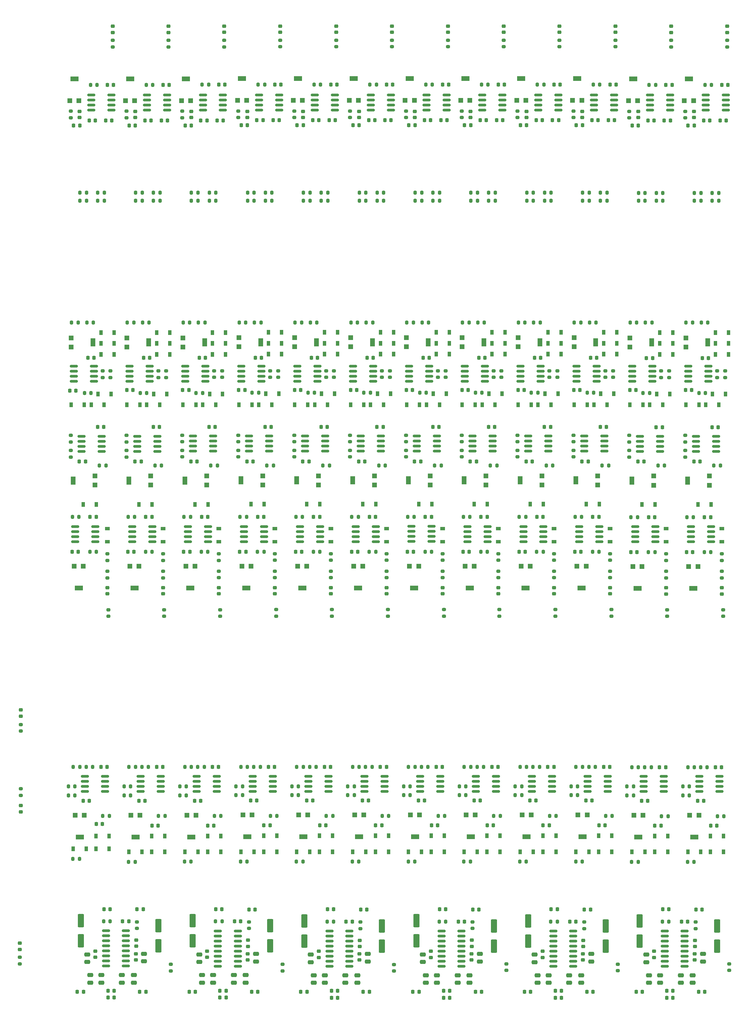
<source format=gbr>
%TF.GenerationSoftware,KiCad,Pcbnew,(6.0.7-1)-1*%
%TF.CreationDate,2024-04-18T03:27:55-04:00*%
%TF.ProjectId,EM_Harpsichord_Sustainer+Playback_V2.0,454d5f48-6172-4707-9369-63686f72645f,rev?*%
%TF.SameCoordinates,Original*%
%TF.FileFunction,Paste,Top*%
%TF.FilePolarity,Positive*%
%FSLAX46Y46*%
G04 Gerber Fmt 4.6, Leading zero omitted, Abs format (unit mm)*
G04 Created by KiCad (PCBNEW (6.0.7-1)-1) date 2024-04-18 03:27:55*
%MOMM*%
%LPD*%
G01*
G04 APERTURE LIST*
G04 Aperture macros list*
%AMRoundRect*
0 Rectangle with rounded corners*
0 $1 Rounding radius*
0 $2 $3 $4 $5 $6 $7 $8 $9 X,Y pos of 4 corners*
0 Add a 4 corners polygon primitive as box body*
4,1,4,$2,$3,$4,$5,$6,$7,$8,$9,$2,$3,0*
0 Add four circle primitives for the rounded corners*
1,1,$1+$1,$2,$3*
1,1,$1+$1,$4,$5*
1,1,$1+$1,$6,$7*
1,1,$1+$1,$8,$9*
0 Add four rect primitives between the rounded corners*
20,1,$1+$1,$2,$3,$4,$5,0*
20,1,$1+$1,$4,$5,$6,$7,0*
20,1,$1+$1,$6,$7,$8,$9,0*
20,1,$1+$1,$8,$9,$2,$3,0*%
G04 Aperture macros list end*
%ADD10RoundRect,0.225000X0.225000X0.250000X-0.225000X0.250000X-0.225000X-0.250000X0.225000X-0.250000X0*%
%ADD11RoundRect,0.200000X0.275000X-0.200000X0.275000X0.200000X-0.275000X0.200000X-0.275000X-0.200000X0*%
%ADD12R,0.900000X1.200000*%
%ADD13RoundRect,0.225000X-0.250000X0.225000X-0.250000X-0.225000X0.250000X-0.225000X0.250000X0.225000X0*%
%ADD14R,1.300000X1.300000*%
%ADD15R,2.000000X1.300000*%
%ADD16RoundRect,0.250000X0.550000X-1.412500X0.550000X1.412500X-0.550000X1.412500X-0.550000X-1.412500X0*%
%ADD17RoundRect,0.200000X-0.275000X0.200000X-0.275000X-0.200000X0.275000X-0.200000X0.275000X0.200000X0*%
%ADD18RoundRect,0.200000X0.200000X0.275000X-0.200000X0.275000X-0.200000X-0.275000X0.200000X-0.275000X0*%
%ADD19RoundRect,0.200000X-0.200000X-0.275000X0.200000X-0.275000X0.200000X0.275000X-0.200000X0.275000X0*%
%ADD20RoundRect,0.162500X-0.825000X-0.162500X0.825000X-0.162500X0.825000X0.162500X-0.825000X0.162500X0*%
%ADD21RoundRect,0.150000X0.850000X0.150000X-0.850000X0.150000X-0.850000X-0.150000X0.850000X-0.150000X0*%
%ADD22RoundRect,0.225000X-0.225000X-0.250000X0.225000X-0.250000X0.225000X0.250000X-0.225000X0.250000X0*%
%ADD23RoundRect,0.225000X0.250000X-0.225000X0.250000X0.225000X-0.250000X0.225000X-0.250000X-0.225000X0*%
%ADD24R,1.300000X2.000000*%
%ADD25R,1.200000X0.900000*%
%ADD26RoundRect,0.250000X-0.475000X0.250000X-0.475000X-0.250000X0.475000X-0.250000X0.475000X0.250000X0*%
%ADD27RoundRect,0.218750X0.256250X-0.218750X0.256250X0.218750X-0.256250X0.218750X-0.256250X-0.218750X0*%
%ADD28RoundRect,0.250000X0.475000X-0.250000X0.475000X0.250000X-0.475000X0.250000X-0.475000X-0.250000X0*%
G04 APERTURE END LIST*
D10*
%TO.C,CU116*%
X248825000Y-151538000D03*
X247275000Y-151538000D03*
%TD*%
D11*
%TO.C,R70*%
X127750000Y-190554264D03*
X127750000Y-188904264D03*
%TD*%
D12*
%TO.C,D93*%
X197150000Y-137200736D03*
X193850000Y-137200736D03*
%TD*%
%TO.C,D3*%
X97713500Y-124484500D03*
X101013500Y-124484500D03*
%TD*%
D13*
%TO.C,C88*%
X134792000Y-272273250D03*
X134792000Y-273823250D03*
%TD*%
D14*
%TO.C,RV35*%
X149650000Y-177938736D03*
D15*
X148500000Y-183438736D03*
D14*
X147350000Y-177938736D03*
%TD*%
D16*
%TO.C,CU132*%
X233603000Y-272465000D03*
X233603000Y-267390000D03*
%TD*%
D17*
%TO.C,R181*%
X174638500Y-144885736D03*
X174638500Y-146535736D03*
%TD*%
D12*
%TO.C,D54*%
X171500000Y-121700736D03*
X168200000Y-121700736D03*
%TD*%
D18*
%TO.C,R54*%
X110588500Y-174322500D03*
X108938500Y-174322500D03*
%TD*%
D19*
%TO.C,R165*%
X182758950Y-240931514D03*
X184408950Y-240931514D03*
%TD*%
D10*
%TO.C,C134*%
X240978000Y-264477500D03*
X239428000Y-264477500D03*
%TD*%
D20*
%TO.C,U93*%
X219612500Y-145095736D03*
X219612500Y-146365736D03*
X219612500Y-147635736D03*
X219612500Y-148905736D03*
X224687500Y-148905736D03*
X224687500Y-147635736D03*
X224687500Y-146365736D03*
X224687500Y-145095736D03*
%TD*%
D10*
%TO.C,CU6*%
X93788500Y-151522500D03*
X92238500Y-151522500D03*
%TD*%
D12*
%TO.C,D113*%
X224550000Y-118950736D03*
X227850000Y-118950736D03*
%TD*%
D10*
%TO.C,C85*%
X136585355Y-264513750D03*
X135035355Y-264513750D03*
%TD*%
%TO.C,CU35*%
X140675000Y-142800000D03*
X139125000Y-142800000D03*
%TD*%
D19*
%TO.C,R36*%
X112222450Y-240965278D03*
X113872450Y-240965278D03*
%TD*%
%TO.C,R145*%
X146675000Y-116450736D03*
X148325000Y-116450736D03*
%TD*%
D20*
%TO.C,U25*%
X121809500Y-230942278D03*
X121809500Y-232212278D03*
X121809500Y-233482278D03*
X121809500Y-234752278D03*
X126884500Y-234752278D03*
X126884500Y-233482278D03*
X126884500Y-232212278D03*
X126884500Y-230942278D03*
%TD*%
D10*
%TO.C,CU40*%
X137022000Y-237068014D03*
X135472000Y-237068014D03*
%TD*%
D17*
%TO.C,R302*%
X255150000Y-128675000D03*
X255150000Y-130325000D03*
%TD*%
D18*
%TO.C,R150*%
X153102505Y-56450736D03*
X151452505Y-56450736D03*
%TD*%
%TO.C,R85*%
X134572000Y-252450000D03*
X132922000Y-252450000D03*
%TD*%
D11*
%TO.C,R252*%
X226450000Y-190525736D03*
X226450000Y-188875736D03*
%TD*%
D17*
%TO.C,R40*%
X114710005Y-45272500D03*
X114710005Y-46922500D03*
%TD*%
D16*
%TO.C,CU124*%
X120839000Y-272435750D03*
X120839000Y-267360750D03*
%TD*%
D21*
%TO.C,U507*%
X244978000Y-278855500D03*
X244978000Y-277585500D03*
X244978000Y-276315500D03*
X244978000Y-275045500D03*
X244978000Y-273775500D03*
X244978000Y-272505500D03*
X244978000Y-271235500D03*
X244978000Y-269965500D03*
X239978000Y-269965500D03*
X239978000Y-271235500D03*
X239978000Y-272505500D03*
X239978000Y-273775500D03*
X239978000Y-275045500D03*
X239978000Y-276315500D03*
X239978000Y-277585500D03*
X239978000Y-278855500D03*
%TD*%
D19*
%TO.C,R136*%
X148772000Y-83700736D03*
X150422000Y-83700736D03*
%TD*%
D18*
%TO.C,R134*%
X150422000Y-85700736D03*
X148772000Y-85700736D03*
%TD*%
D10*
%TO.C,CU34*%
X134011500Y-133465500D03*
X132461500Y-133465500D03*
%TD*%
%TO.C,CU2*%
X96299005Y-65484500D03*
X94749005Y-65484500D03*
%TD*%
%TO.C,CU33*%
X138212500Y-125355000D03*
X136662500Y-125355000D03*
%TD*%
D14*
%TO.C,RV14*%
X118000000Y-60479264D03*
D15*
X119150000Y-54979264D03*
D14*
X120300000Y-60479264D03*
%TD*%
D18*
%TO.C,R5*%
X95785500Y-116484500D03*
X94135500Y-116484500D03*
%TD*%
D22*
%TO.C,C45*%
X147171505Y-66700736D03*
X148721505Y-66700736D03*
%TD*%
D10*
%TO.C,CU14*%
X105775000Y-133500000D03*
X104225000Y-133500000D03*
%TD*%
%TO.C,CU120*%
X249772000Y-237118014D03*
X248222000Y-237118014D03*
%TD*%
D12*
%TO.C,D138*%
X256050000Y-121750000D03*
X252750000Y-121750000D03*
%TD*%
D23*
%TO.C,C28*%
X127450000Y-184904264D03*
X127450000Y-183354264D03*
%TD*%
D18*
%TO.C,R14*%
X96538500Y-174322500D03*
X94888500Y-174322500D03*
%TD*%
D11*
%TO.C,R303*%
X253150000Y-130325000D03*
X253150000Y-128675000D03*
%TD*%
%TO.C,R284*%
X230988500Y-150395736D03*
X230988500Y-148745736D03*
%TD*%
%TO.C,R310*%
X245088500Y-150395000D03*
X245088500Y-148745000D03*
%TD*%
D19*
%TO.C,R20*%
X93964486Y-228602514D03*
X95614486Y-228602514D03*
%TD*%
D10*
%TO.C,CU43*%
X166412500Y-125355736D03*
X164862500Y-125355736D03*
%TD*%
%TO.C,CU47*%
X166975000Y-165488736D03*
X165425000Y-165488736D03*
%TD*%
D12*
%TO.C,D142*%
X255300000Y-134500000D03*
X252000000Y-134500000D03*
%TD*%
D14*
%TO.C,RV31*%
X149900000Y-240700736D03*
D15*
X148750000Y-246200736D03*
D14*
X147600000Y-240700736D03*
%TD*%
D18*
%TO.C,R116*%
X161600986Y-233450736D03*
X159950986Y-233450736D03*
%TD*%
D12*
%TO.C,D96*%
X195200000Y-162288736D03*
X191900000Y-162288736D03*
%TD*%
D22*
%TO.C,C11*%
X103163500Y-267534500D03*
X104713500Y-267534500D03*
%TD*%
D20*
%TO.C,U14*%
X105576000Y-167963500D03*
X105576000Y-169233500D03*
X105576000Y-170503500D03*
X105576000Y-171773500D03*
X110651000Y-171773500D03*
X110651000Y-170503500D03*
X110651000Y-169233500D03*
X110651000Y-167963500D03*
%TD*%
%TO.C,U103*%
X233712500Y-145145736D03*
X233712500Y-146415736D03*
X233712500Y-147685736D03*
X233712500Y-148955736D03*
X238787500Y-148955736D03*
X238787500Y-147685736D03*
X238787500Y-146415736D03*
X238787500Y-145145736D03*
%TD*%
D19*
%TO.C,R288*%
X231434000Y-165538736D03*
X233084000Y-165538736D03*
%TD*%
D14*
%TO.C,RV6*%
X93513500Y-240734500D03*
D15*
X92363500Y-246234500D03*
D14*
X91213500Y-240734500D03*
%TD*%
D19*
%TO.C,R292*%
X247422000Y-83750000D03*
X249072000Y-83750000D03*
%TD*%
D11*
%TO.C,R101*%
X132346505Y-64775000D03*
X132346505Y-63125000D03*
%TD*%
D19*
%TO.C,R294*%
X245750986Y-228618014D03*
X247400986Y-228618014D03*
%TD*%
%TO.C,R48*%
X107588500Y-134234500D03*
X109238500Y-134234500D03*
%TD*%
D18*
%TO.C,R213*%
X211272000Y-83700736D03*
X209622000Y-83700736D03*
%TD*%
D12*
%TO.C,D75*%
X184350000Y-245950736D03*
X181050000Y-245950736D03*
%TD*%
D23*
%TO.C,C131*%
X219328000Y-277285500D03*
X219328000Y-275735500D03*
%TD*%
D17*
%TO.C,R322*%
X191469173Y-267677529D03*
X191469173Y-269327529D03*
%TD*%
D19*
%TO.C,R73*%
X121675000Y-134229264D03*
X123325000Y-134229264D03*
%TD*%
D12*
%TO.C,D28*%
X124600000Y-249979264D03*
X127900000Y-249979264D03*
%TD*%
D10*
%TO.C,C113*%
X193705673Y-285319529D03*
X192155673Y-285319529D03*
%TD*%
D14*
%TO.C,RV62*%
X230800000Y-60500736D03*
D15*
X231950000Y-55000736D03*
D14*
X233100000Y-60500736D03*
%TD*%
D10*
%TO.C,CU4*%
X91390000Y-133639500D03*
X89840000Y-133639500D03*
%TD*%
D11*
%TO.C,R100*%
X141600000Y-180825000D03*
X141600000Y-179175000D03*
%TD*%
D23*
%TO.C,C19*%
X106488500Y-277242500D03*
X106488500Y-275692500D03*
%TD*%
%TO.C,C40*%
X169800000Y-184875736D03*
X169800000Y-183325736D03*
%TD*%
D20*
%TO.C,U55*%
X150059500Y-230913750D03*
X150059500Y-232183750D03*
X150059500Y-233453750D03*
X150059500Y-234723750D03*
X155134500Y-234723750D03*
X155134500Y-233453750D03*
X155134500Y-232183750D03*
X155134500Y-230913750D03*
%TD*%
D13*
%TO.C,C32*%
X142946505Y-41688000D03*
X142946505Y-43238000D03*
%TD*%
D10*
%TO.C,CU90*%
X207472000Y-237068750D03*
X205922000Y-237068750D03*
%TD*%
D22*
%TO.C,C60*%
X197502504Y-65450736D03*
X199052504Y-65450736D03*
%TD*%
D23*
%TO.C,C143*%
X247478000Y-277285500D03*
X247478000Y-275735500D03*
%TD*%
D11*
%TO.C,R279*%
X240250000Y-176475736D03*
X240250000Y-174825736D03*
%TD*%
D19*
%TO.C,R107*%
X167372000Y-85700736D03*
X169022000Y-85700736D03*
%TD*%
D11*
%TO.C,R4*%
X90060005Y-64809500D03*
X90060005Y-63159500D03*
%TD*%
D12*
%TO.C,D5*%
X98513500Y-137234500D03*
X95213500Y-137234500D03*
%TD*%
D16*
%TO.C,CU125*%
X168578000Y-273748000D03*
X168578000Y-268673000D03*
%TD*%
%TO.C,CU130*%
X205453000Y-272465000D03*
X205453000Y-267390000D03*
%TD*%
D18*
%TO.C,R220*%
X203850986Y-233450736D03*
X202200986Y-233450736D03*
%TD*%
D12*
%TO.C,D98*%
X203450000Y-249950736D03*
X206750000Y-249950736D03*
%TD*%
D11*
%TO.C,R173*%
X182700000Y-130275736D03*
X182700000Y-128625736D03*
%TD*%
D20*
%TO.C,U61*%
X179859005Y-59045736D03*
X179859005Y-60315736D03*
X179859005Y-61585736D03*
X179859005Y-62855736D03*
X184934005Y-62855736D03*
X184934005Y-61585736D03*
X184934005Y-60315736D03*
X184934005Y-59045736D03*
%TD*%
D11*
%TO.C,R258*%
X216888500Y-150345736D03*
X216888500Y-148695736D03*
%TD*%
D12*
%TO.C,D63*%
X156150000Y-245950736D03*
X152850000Y-245950736D03*
%TD*%
D19*
%TO.C,R289*%
X251922000Y-85750000D03*
X253572000Y-85750000D03*
%TD*%
D14*
%TO.C,RV18*%
X124347000Y-157467264D03*
D24*
X118847000Y-156317264D03*
D14*
X124347000Y-155167264D03*
%TD*%
D25*
%TO.C,D35*%
X127450000Y-171767264D03*
X127450000Y-168467264D03*
%TD*%
D19*
%TO.C,R125*%
X164025000Y-134200736D03*
X165675000Y-134200736D03*
%TD*%
D22*
%TO.C,C123*%
X216003000Y-267577500D03*
X217553000Y-267577500D03*
%TD*%
D26*
%TO.C,FB9*%
X151378000Y-281127500D03*
X151378000Y-283027500D03*
%TD*%
D19*
%TO.C,R133*%
X153272000Y-85700736D03*
X154922000Y-85700736D03*
%TD*%
D10*
%TO.C,CU36*%
X136075000Y-151488000D03*
X134525000Y-151488000D03*
%TD*%
%TO.C,CU72*%
X180885505Y-65450736D03*
X179335505Y-65450736D03*
%TD*%
D16*
%TO.C,CU11*%
X112188500Y-273705000D03*
X112188500Y-268630000D03*
%TD*%
D10*
%TO.C,CU32*%
X124435505Y-65479264D03*
X122885505Y-65479264D03*
%TD*%
D12*
%TO.C,D43*%
X140000000Y-124450000D03*
X143300000Y-124450000D03*
%TD*%
%TO.C,D106*%
X213000000Y-134450736D03*
X209700000Y-134450736D03*
%TD*%
D19*
%TO.C,R138*%
X147100986Y-228568750D03*
X148750986Y-228568750D03*
%TD*%
D10*
%TO.C,CU118*%
X247014000Y-174338000D03*
X245464000Y-174338000D03*
%TD*%
D19*
%TO.C,R177*%
X178125000Y-134200736D03*
X179775000Y-134200736D03*
%TD*%
%TO.C,R312*%
X252325000Y-152550000D03*
X253975000Y-152550000D03*
%TD*%
D20*
%TO.C,U94*%
X218362500Y-167929736D03*
X218362500Y-169199736D03*
X218362500Y-170469736D03*
X218362500Y-171739736D03*
X223437500Y-171739736D03*
X223437500Y-170469736D03*
X223437500Y-169199736D03*
X223437500Y-167929736D03*
%TD*%
%TO.C,U22*%
X118962500Y-127479264D03*
X118962500Y-128749264D03*
X118962500Y-130019264D03*
X118962500Y-131289264D03*
X124037500Y-131289264D03*
X124037500Y-130019264D03*
X124037500Y-128749264D03*
X124037500Y-127479264D03*
%TD*%
D12*
%TO.C,D69*%
X154900000Y-137200736D03*
X151600000Y-137200736D03*
%TD*%
D10*
%TO.C,CU89*%
X211972000Y-228568750D03*
X210422000Y-228568750D03*
%TD*%
D18*
%TO.C,R313*%
X251575000Y-174338000D03*
X249925000Y-174338000D03*
%TD*%
D22*
%TO.C,C24*%
X112916005Y-65484500D03*
X114466005Y-65484500D03*
%TD*%
D14*
%TO.C,RV67*%
X248550000Y-240750000D03*
D15*
X247400000Y-246250000D03*
D14*
X246250000Y-240750000D03*
%TD*%
D12*
%TO.C,D56*%
X164000000Y-137200736D03*
X160700000Y-137200736D03*
%TD*%
D20*
%TO.C,U32*%
X133112500Y-127450000D03*
X133112500Y-128720000D03*
X133112500Y-129990000D03*
X133112500Y-131260000D03*
X138187500Y-131260000D03*
X138187500Y-129990000D03*
X138187500Y-128720000D03*
X138187500Y-127450000D03*
%TD*%
D12*
%TO.C,D137*%
X252750000Y-119000000D03*
X256050000Y-119000000D03*
%TD*%
%TO.C,D140*%
X248550000Y-137250000D03*
X245250000Y-137250000D03*
%TD*%
D19*
%TO.C,R210*%
X189134000Y-165488736D03*
X190784000Y-165488736D03*
%TD*%
D10*
%TO.C,CU73*%
X194562500Y-125355736D03*
X193012500Y-125355736D03*
%TD*%
%TO.C,C121*%
X221199354Y-264543000D03*
X219649354Y-264543000D03*
%TD*%
D14*
%TO.C,RV41*%
X177850000Y-177938736D03*
D15*
X176700000Y-183438736D03*
D14*
X175550000Y-177938736D03*
%TD*%
D10*
%TO.C,C110*%
X184669173Y-264469529D03*
X183119173Y-264469529D03*
%TD*%
D17*
%TO.C,R91*%
X142946505Y-45238000D03*
X142946505Y-46888000D03*
%TD*%
D12*
%TO.C,D10*%
X90713500Y-249234500D03*
X94013500Y-249234500D03*
%TD*%
D19*
%TO.C,R243*%
X225008950Y-240931514D03*
X226658950Y-240931514D03*
%TD*%
D13*
%TO.C,C100*%
X162956000Y-272302500D03*
X162956000Y-273852500D03*
%TD*%
D20*
%TO.C,U15*%
X107723000Y-230947514D03*
X107723000Y-232217514D03*
X107723000Y-233487514D03*
X107723000Y-234757514D03*
X112798000Y-234757514D03*
X112798000Y-233487514D03*
X112798000Y-232217514D03*
X112798000Y-230947514D03*
%TD*%
D19*
%TO.C,R263*%
X237822000Y-85750736D03*
X239472000Y-85750736D03*
%TD*%
D14*
%TO.C,RV42*%
X180797000Y-157438736D03*
D24*
X175297000Y-156288736D03*
D14*
X180797000Y-155138736D03*
%TD*%
D10*
%TO.C,CU97*%
X223325000Y-165488736D03*
X221775000Y-165488736D03*
%TD*%
D17*
%TO.C,R198*%
X198750000Y-128625736D03*
X198750000Y-130275736D03*
%TD*%
D18*
%TO.C,R246*%
X217950986Y-233450736D03*
X216300986Y-233450736D03*
%TD*%
D20*
%TO.C,U23*%
X120912500Y-145124264D03*
X120912500Y-146394264D03*
X120912500Y-147664264D03*
X120912500Y-148934264D03*
X125987500Y-148934264D03*
X125987500Y-147664264D03*
X125987500Y-146394264D03*
X125987500Y-145124264D03*
%TD*%
D19*
%TO.C,R26*%
X92385500Y-83734500D03*
X94035500Y-83734500D03*
%TD*%
D12*
%TO.C,D134*%
X245750000Y-250000000D03*
X249050000Y-250000000D03*
%TD*%
D23*
%TO.C,C65*%
X205046505Y-64725736D03*
X205046505Y-63175736D03*
%TD*%
D19*
%TO.C,R317*%
X126589000Y-267548250D03*
X128239000Y-267548250D03*
%TD*%
D11*
%TO.C,R257*%
X216896505Y-64775736D03*
X216896505Y-63125736D03*
%TD*%
D10*
%TO.C,CU65*%
X182975000Y-142800736D03*
X181425000Y-142800736D03*
%TD*%
D20*
%TO.C,U5*%
X93673000Y-230947514D03*
X93673000Y-232217514D03*
X93673000Y-233487514D03*
X93673000Y-234757514D03*
X98748000Y-234757514D03*
X98748000Y-233487514D03*
X98748000Y-232217514D03*
X98748000Y-230947514D03*
%TD*%
D19*
%TO.C,R104*%
X139575000Y-152500000D03*
X141225000Y-152500000D03*
%TD*%
D22*
%TO.C,C69*%
X217621505Y-66700736D03*
X219171505Y-66700736D03*
%TD*%
D10*
%TO.C,CU99*%
X226072000Y-228568750D03*
X224522000Y-228568750D03*
%TD*%
D12*
%TO.C,D32*%
X121650000Y-137229264D03*
X118350000Y-137229264D03*
%TD*%
D17*
%TO.C,R250*%
X226950000Y-128625736D03*
X226950000Y-130275736D03*
%TD*%
D13*
%TO.C,C124*%
X219406000Y-272302500D03*
X219406000Y-273852500D03*
%TD*%
D25*
%TO.C,D131*%
X240250000Y-171788736D03*
X240250000Y-168488736D03*
%TD*%
D10*
%TO.C,C86*%
X128214000Y-264448250D03*
X126664000Y-264448250D03*
%TD*%
D22*
%TO.C,C92*%
X119950500Y-285298250D03*
X121500500Y-285298250D03*
%TD*%
D10*
%TO.C,CU59*%
X155622000Y-228568750D03*
X154072000Y-228568750D03*
%TD*%
D17*
%TO.C,R318*%
X143488500Y-278359500D03*
X143488500Y-280009500D03*
%TD*%
D10*
%TO.C,CU122*%
X251335505Y-65500000D03*
X249785505Y-65500000D03*
%TD*%
D11*
%TO.C,R75*%
X118196505Y-64804264D03*
X118196505Y-63154264D03*
%TD*%
D12*
%TO.C,D99*%
X212500000Y-245950736D03*
X209200000Y-245950736D03*
%TD*%
D18*
%TO.C,R39*%
X105164486Y-233484500D03*
X103514486Y-233484500D03*
%TD*%
D12*
%TO.C,D82*%
X184850000Y-134450736D03*
X181550000Y-134450736D03*
%TD*%
D19*
%TO.C,R260*%
X224125000Y-152500736D03*
X225775000Y-152500736D03*
%TD*%
D10*
%TO.C,CU13*%
X109976000Y-125389500D03*
X108426000Y-125389500D03*
%TD*%
D19*
%TO.C,R216*%
X203450986Y-228568750D03*
X205100986Y-228568750D03*
%TD*%
D10*
%TO.C,CU52*%
X166785505Y-65450736D03*
X165235505Y-65450736D03*
%TD*%
D22*
%TO.C,C2*%
X90785005Y-66734500D03*
X92335005Y-66734500D03*
%TD*%
D10*
%TO.C,C91*%
X129250500Y-285013750D03*
X127700500Y-285013750D03*
%TD*%
D19*
%TO.C,R110*%
X162872000Y-83700736D03*
X164522000Y-83700736D03*
%TD*%
%TO.C,R6*%
X90288500Y-116484500D03*
X91938500Y-116484500D03*
%TD*%
D11*
%TO.C,R102*%
X132338500Y-150345000D03*
X132338500Y-148695000D03*
%TD*%
D27*
%TO.C,D145*%
X77500000Y-215787500D03*
X77500000Y-214212500D03*
%TD*%
D12*
%TO.C,D111*%
X226600000Y-245950736D03*
X223300000Y-245950736D03*
%TD*%
D22*
%TO.C,C55*%
X195147807Y-243323547D03*
X196697807Y-243323547D03*
%TD*%
D14*
%TO.C,RV13*%
X121650000Y-240729264D03*
D15*
X120500000Y-246229264D03*
D14*
X119350000Y-240729264D03*
%TD*%
%TO.C,RV32*%
X146250000Y-60450736D03*
D15*
X147400000Y-54950736D03*
D14*
X148550000Y-60450736D03*
%TD*%
D12*
%TO.C,D127*%
X238650000Y-124500736D03*
X241950000Y-124500736D03*
%TD*%
D19*
%TO.C,R182*%
X181875000Y-152500736D03*
X183525000Y-152500736D03*
%TD*%
D20*
%TO.C,U24*%
X119662500Y-167958264D03*
X119662500Y-169228264D03*
X119662500Y-170498264D03*
X119662500Y-171768264D03*
X124737500Y-171768264D03*
X124737500Y-170498264D03*
X124737500Y-169228264D03*
X124737500Y-167958264D03*
%TD*%
D14*
%TO.C,RV60*%
X223047000Y-157438736D03*
D24*
X217547000Y-156288736D03*
D14*
X223047000Y-155138736D03*
%TD*%
D20*
%TO.C,U73*%
X191412500Y-145095736D03*
X191412500Y-146365736D03*
X191412500Y-147635736D03*
X191412500Y-148905736D03*
X196487500Y-148905736D03*
X196487500Y-147635736D03*
X196487500Y-146365736D03*
X196487500Y-145095736D03*
%TD*%
D11*
%TO.C,R15*%
X99313500Y-180859500D03*
X99313500Y-179209500D03*
%TD*%
D19*
%TO.C,R197*%
X188925000Y-116450736D03*
X190575000Y-116450736D03*
%TD*%
D10*
%TO.C,CU93*%
X222762500Y-125355736D03*
X221212500Y-125355736D03*
%TD*%
D28*
%TO.C,C130*%
X207103000Y-277802500D03*
X207103000Y-275902500D03*
%TD*%
D17*
%TO.C,R66*%
X128796505Y-45267264D03*
X128796505Y-46917264D03*
%TD*%
D12*
%TO.C,D77*%
X182300000Y-118950736D03*
X185600000Y-118950736D03*
%TD*%
%TO.C,D141*%
X253550000Y-137250000D03*
X250250000Y-137250000D03*
%TD*%
D18*
%TO.C,R98*%
X139002505Y-56450000D03*
X137352505Y-56450000D03*
%TD*%
D20*
%TO.C,U2*%
X90826000Y-127484500D03*
X90826000Y-128754500D03*
X90826000Y-130024500D03*
X90826000Y-131294500D03*
X95901000Y-131294500D03*
X95901000Y-130024500D03*
X95901000Y-128754500D03*
X95901000Y-127484500D03*
%TD*%
D18*
%TO.C,R22*%
X92285500Y-251734500D03*
X90635500Y-251734500D03*
%TD*%
D17*
%TO.C,R143*%
X157046505Y-45238736D03*
X157046505Y-46888736D03*
%TD*%
D20*
%TO.C,U95*%
X220509500Y-230913750D03*
X220509500Y-232183750D03*
X220509500Y-233453750D03*
X220509500Y-234723750D03*
X225584500Y-234723750D03*
X225584500Y-233453750D03*
X225584500Y-232183750D03*
X225584500Y-230913750D03*
%TD*%
D17*
%TO.C,R273*%
X241596505Y-45288736D03*
X241596505Y-46938736D03*
%TD*%
D19*
%TO.C,R323*%
X183044173Y-267569529D03*
X184694173Y-267569529D03*
%TD*%
D10*
%TO.C,C125*%
X221864500Y-285327500D03*
X220314500Y-285327500D03*
%TD*%
%TO.C,CU9*%
X99235500Y-228602514D03*
X97685500Y-228602514D03*
%TD*%
D12*
%TO.C,D92*%
X192150000Y-137200736D03*
X188850000Y-137200736D03*
%TD*%
D11*
%TO.C,R50*%
X104110005Y-64809500D03*
X104110005Y-63159500D03*
%TD*%
D10*
%TO.C,CU62*%
X152685505Y-65450736D03*
X151135505Y-65450736D03*
%TD*%
D11*
%TO.C,R305*%
X254350000Y-176475000D03*
X254350000Y-174825000D03*
%TD*%
D12*
%TO.C,D81*%
X183100000Y-137200736D03*
X179800000Y-137200736D03*
%TD*%
D18*
%TO.C,R67*%
X123922000Y-116479264D03*
X122272000Y-116479264D03*
%TD*%
%TO.C,R24*%
X94035500Y-85734500D03*
X92385500Y-85734500D03*
%TD*%
D11*
%TO.C,R9*%
X98113500Y-130309500D03*
X98113500Y-128659500D03*
%TD*%
D18*
%TO.C,R131*%
X167025000Y-174288736D03*
X165375000Y-174288736D03*
%TD*%
D10*
%TO.C,CU20*%
X108785500Y-237102514D03*
X107235500Y-237102514D03*
%TD*%
D12*
%TO.C,D50*%
X161200000Y-249950736D03*
X164500000Y-249950736D03*
%TD*%
D10*
%TO.C,CU49*%
X169722000Y-228568750D03*
X168172000Y-228568750D03*
%TD*%
D20*
%TO.C,U114*%
X246562500Y-167979000D03*
X246562500Y-169249000D03*
X246562500Y-170519000D03*
X246562500Y-171789000D03*
X251637500Y-171789000D03*
X251637500Y-170519000D03*
X251637500Y-169249000D03*
X251637500Y-167979000D03*
%TD*%
D10*
%TO.C,CU92*%
X209035505Y-65450736D03*
X207485505Y-65450736D03*
%TD*%
D11*
%TO.C,R225*%
X210850000Y-130275736D03*
X210850000Y-128625736D03*
%TD*%
D12*
%TO.C,D17*%
X111763500Y-118984500D03*
X115063500Y-118984500D03*
%TD*%
D18*
%TO.C,R32*%
X112585500Y-83734500D03*
X110935500Y-83734500D03*
%TD*%
D12*
%TO.C,D39*%
X142050000Y-245950000D03*
X138750000Y-245950000D03*
%TD*%
D17*
%TO.C,R299*%
X255696505Y-45288000D03*
X255696505Y-46938000D03*
%TD*%
D10*
%TO.C,CU87*%
X209225000Y-165488736D03*
X207675000Y-165488736D03*
%TD*%
D12*
%TO.C,D114*%
X227850000Y-121700736D03*
X224550000Y-121700736D03*
%TD*%
D20*
%TO.C,U42*%
X161312500Y-127450736D03*
X161312500Y-128720736D03*
X161312500Y-129990736D03*
X161312500Y-131260736D03*
X166387500Y-131260736D03*
X166387500Y-129990736D03*
X166387500Y-128720736D03*
X166387500Y-127450736D03*
%TD*%
D16*
%TO.C,CU128*%
X177294173Y-272457029D03*
X177294173Y-267382029D03*
%TD*%
D10*
%TO.C,CU22*%
X110349005Y-65484500D03*
X108799005Y-65484500D03*
%TD*%
D14*
%TO.C,RV3*%
X96210500Y-157472500D03*
D24*
X90710500Y-156322500D03*
D14*
X96210500Y-155172500D03*
%TD*%
D25*
%TO.C,D107*%
X212050000Y-171738736D03*
X212050000Y-168438736D03*
%TD*%
D12*
%TO.C,D36*%
X124700000Y-162317264D03*
X121400000Y-162317264D03*
%TD*%
D11*
%TO.C,R17*%
X99613500Y-190559500D03*
X99613500Y-188909500D03*
%TD*%
D23*
%TO.C,C70*%
X226150000Y-184875736D03*
X226150000Y-183325736D03*
%TD*%
D10*
%TO.C,CU121*%
X255871505Y-56500000D03*
X254321505Y-56500000D03*
%TD*%
D12*
%TO.C,D122*%
X231650000Y-250000736D03*
X234950000Y-250000736D03*
%TD*%
D10*
%TO.C,CU113*%
X250962500Y-125405000D03*
X249412500Y-125405000D03*
%TD*%
D19*
%TO.C,R249*%
X217125000Y-116450736D03*
X218775000Y-116450736D03*
%TD*%
D23*
%TO.C,C93*%
X124489000Y-276598250D03*
X124489000Y-275048250D03*
%TD*%
D10*
%TO.C,C122*%
X212828000Y-264477500D03*
X211278000Y-264477500D03*
%TD*%
D23*
%TO.C,C76*%
X240250000Y-184925736D03*
X240250000Y-183375736D03*
%TD*%
D17*
%TO.C,R169*%
X185246505Y-45238736D03*
X185246505Y-46888736D03*
%TD*%
D25*
%TO.C,D8*%
X99313500Y-171772500D03*
X99313500Y-168472500D03*
%TD*%
D14*
%TO.C,RV4*%
X93263500Y-177972500D03*
D15*
X92113500Y-183472500D03*
D14*
X90963500Y-177972500D03*
%TD*%
D18*
%TO.C,R187*%
X197171999Y-83700736D03*
X195521999Y-83700736D03*
%TD*%
D11*
%TO.C,R278*%
X240550000Y-190575736D03*
X240550000Y-188925736D03*
%TD*%
D19*
%TO.C,R162*%
X176972000Y-83700736D03*
X178622000Y-83700736D03*
%TD*%
D11*
%TO.C,R180*%
X174638500Y-150345736D03*
X174638500Y-148695736D03*
%TD*%
D12*
%TO.C,D144*%
X251600000Y-162338000D03*
X248300000Y-162338000D03*
%TD*%
D14*
%TO.C,RV69*%
X245247000Y-120350000D03*
D24*
X250747000Y-121500000D03*
D14*
X245247000Y-122650000D03*
%TD*%
D26*
%TO.C,FB8*%
X134214000Y-281098250D03*
X134214000Y-282998250D03*
%TD*%
D13*
%TO.C,C12*%
X106566500Y-272259500D03*
X106566500Y-273809500D03*
%TD*%
D17*
%TO.C,R28*%
X106788500Y-267642500D03*
X106788500Y-269292500D03*
%TD*%
D12*
%TO.C,D120*%
X223400000Y-162288736D03*
X220100000Y-162288736D03*
%TD*%
D27*
%TO.C,D146*%
X77500000Y-239887500D03*
X77500000Y-238312500D03*
%TD*%
D18*
%TO.C,R287*%
X237475000Y-174338736D03*
X235825000Y-174338736D03*
%TD*%
D20*
%TO.C,U104*%
X232462500Y-167979736D03*
X232462500Y-169249736D03*
X232462500Y-170519736D03*
X232462500Y-171789736D03*
X237537500Y-171789736D03*
X237537500Y-170519736D03*
X237537500Y-169249736D03*
X237537500Y-167979736D03*
%TD*%
D10*
%TO.C,CU51*%
X171321505Y-56450736D03*
X169771505Y-56450736D03*
%TD*%
D18*
%TO.C,R293*%
X247322000Y-252500000D03*
X245672000Y-252500000D03*
%TD*%
D20*
%TO.C,U3*%
X92776000Y-145129500D03*
X92776000Y-146399500D03*
X92776000Y-147669500D03*
X92776000Y-148939500D03*
X97851000Y-148939500D03*
X97851000Y-147669500D03*
X97851000Y-146399500D03*
X97851000Y-145129500D03*
%TD*%
D23*
%TO.C,C82*%
X254350000Y-184925000D03*
X254350000Y-183375000D03*
%TD*%
D11*
%TO.C,R315*%
X126250000Y-130304264D03*
X126250000Y-128654264D03*
%TD*%
D19*
%TO.C,R296*%
X244500986Y-235750000D03*
X246150986Y-235750000D03*
%TD*%
D28*
%TO.C,C108*%
X164978000Y-277660500D03*
X164978000Y-275760500D03*
%TD*%
D18*
%TO.C,R118*%
X166272000Y-116450736D03*
X164622000Y-116450736D03*
%TD*%
D19*
%TO.C,R115*%
X164450986Y-228568750D03*
X166100986Y-228568750D03*
%TD*%
%TO.C,R211*%
X209622000Y-85700736D03*
X211272000Y-85700736D03*
%TD*%
D18*
%TO.C,R254*%
X223552505Y-56450736D03*
X221902505Y-56450736D03*
%TD*%
D19*
%TO.C,R38*%
X108014486Y-228602514D03*
X109664486Y-228602514D03*
%TD*%
D20*
%TO.C,U45*%
X164159500Y-230913750D03*
X164159500Y-232183750D03*
X164159500Y-233453750D03*
X164159500Y-234723750D03*
X169234500Y-234723750D03*
X169234500Y-233453750D03*
X169234500Y-232183750D03*
X169234500Y-230913750D03*
%TD*%
D26*
%TO.C,FB19*%
X215828000Y-281127500D03*
X215828000Y-283027500D03*
%TD*%
D11*
%TO.C,R206*%
X188688500Y-150345736D03*
X188688500Y-148695736D03*
%TD*%
D17*
%TO.C,R52*%
X104102000Y-144919500D03*
X104102000Y-146569500D03*
%TD*%
D26*
%TO.C,FB18*%
X210628000Y-281127500D03*
X210628000Y-283027500D03*
%TD*%
D10*
%TO.C,CU42*%
X138585505Y-65450000D03*
X137035505Y-65450000D03*
%TD*%
D18*
%TO.C,R168*%
X175700986Y-233450736D03*
X174050986Y-233450736D03*
%TD*%
D25*
%TO.C,D47*%
X141600000Y-171738000D03*
X141600000Y-168438000D03*
%TD*%
D12*
%TO.C,D116*%
X220350000Y-137200736D03*
X217050000Y-137200736D03*
%TD*%
D28*
%TO.C,C20*%
X108588500Y-277617500D03*
X108588500Y-275717500D03*
%TD*%
D10*
%TO.C,CU45*%
X168875000Y-142800736D03*
X167325000Y-142800736D03*
%TD*%
D17*
%TO.C,R10*%
X90052000Y-144919500D03*
X90052000Y-146569500D03*
%TD*%
D19*
%TO.C,R158*%
X146884000Y-165488736D03*
X148534000Y-165488736D03*
%TD*%
%TO.C,R171*%
X174875000Y-116450736D03*
X176525000Y-116450736D03*
%TD*%
D22*
%TO.C,C43*%
X152897807Y-243323547D03*
X154447807Y-243323547D03*
%TD*%
D19*
%TO.C,R140*%
X145850986Y-235700736D03*
X147500986Y-235700736D03*
%TD*%
D12*
%TO.C,D67*%
X154100000Y-124450736D03*
X157400000Y-124450736D03*
%TD*%
D17*
%TO.C,R327*%
X228088500Y-278309500D03*
X228088500Y-279959500D03*
%TD*%
D12*
%TO.C,D21*%
X112563500Y-137234500D03*
X109263500Y-137234500D03*
%TD*%
D18*
%TO.C,R163*%
X176872000Y-252450736D03*
X175222000Y-252450736D03*
%TD*%
D13*
%TO.C,C38*%
X171146505Y-41688736D03*
X171146505Y-43238736D03*
%TD*%
D14*
%TO.C,RV48*%
X194847000Y-157438736D03*
D24*
X189347000Y-156288736D03*
D14*
X194847000Y-155138736D03*
%TD*%
D18*
%TO.C,R34*%
X106335500Y-252484500D03*
X104685500Y-252484500D03*
%TD*%
D10*
%TO.C,CU55*%
X154775000Y-142800736D03*
X153225000Y-142800736D03*
%TD*%
%TO.C,C15*%
X101025000Y-285000000D03*
X99475000Y-285000000D03*
%TD*%
D19*
%TO.C,R191*%
X196808950Y-240931514D03*
X198458950Y-240931514D03*
%TD*%
%TO.C,R255*%
X220375000Y-134200736D03*
X222025000Y-134200736D03*
%TD*%
D17*
%TO.C,R316*%
X135014001Y-267656250D03*
X135014001Y-269306250D03*
%TD*%
%TO.C,R195*%
X199296504Y-45238736D03*
X199296504Y-46888736D03*
%TD*%
D11*
%TO.C,R201*%
X197950000Y-176425736D03*
X197950000Y-174775736D03*
%TD*%
D10*
%TO.C,CU115*%
X253425000Y-142850000D03*
X251875000Y-142850000D03*
%TD*%
D16*
%TO.C,CU126*%
X149003000Y-272465000D03*
X149003000Y-267390000D03*
%TD*%
D18*
%TO.C,R261*%
X223375000Y-174288736D03*
X221725000Y-174288736D03*
%TD*%
%TO.C,R83*%
X140822000Y-83700000D03*
X139172000Y-83700000D03*
%TD*%
D25*
%TO.C,D71*%
X155700000Y-171738736D03*
X155700000Y-168438736D03*
%TD*%
D17*
%TO.C,R285*%
X230988500Y-144935736D03*
X230988500Y-146585736D03*
%TD*%
D12*
%TO.C,D100*%
X209200000Y-249950736D03*
X212500000Y-249950736D03*
%TD*%
D19*
%TO.C,R244*%
X216300986Y-235700736D03*
X217950986Y-235700736D03*
%TD*%
D12*
%TO.C,D87*%
X198400000Y-245950736D03*
X195100000Y-245950736D03*
%TD*%
D11*
%TO.C,R76*%
X118188500Y-150374264D03*
X118188500Y-148724264D03*
%TD*%
D17*
%TO.C,R328*%
X247778000Y-267685500D03*
X247778000Y-269335500D03*
%TD*%
D28*
%TO.C,C144*%
X249578000Y-277660500D03*
X249578000Y-275760500D03*
%TD*%
D18*
%TO.C,R264*%
X234972000Y-85750736D03*
X233322000Y-85750736D03*
%TD*%
D20*
%TO.C,U65*%
X178259500Y-230913750D03*
X178259500Y-232183750D03*
X178259500Y-233453750D03*
X178259500Y-234723750D03*
X183334500Y-234723750D03*
X183334500Y-233453750D03*
X183334500Y-232183750D03*
X183334500Y-230913750D03*
%TD*%
D17*
%TO.C,R155*%
X146438500Y-144885736D03*
X146438500Y-146535736D03*
%TD*%
D22*
%TO.C,C42*%
X169352505Y-65450736D03*
X170902505Y-65450736D03*
%TD*%
D12*
%TO.C,D30*%
X129150000Y-121729264D03*
X125850000Y-121729264D03*
%TD*%
D10*
%TO.C,CU48*%
X162464000Y-174288736D03*
X160914000Y-174288736D03*
%TD*%
D18*
%TO.C,R135*%
X154922000Y-83700736D03*
X153272000Y-83700736D03*
%TD*%
D10*
%TO.C,CU54*%
X148111500Y-133466236D03*
X146561500Y-133466236D03*
%TD*%
D12*
%TO.C,D7*%
X96563500Y-162322500D03*
X93263500Y-162322500D03*
%TD*%
D22*
%TO.C,C79*%
X251547807Y-243372811D03*
X253097807Y-243372811D03*
%TD*%
D14*
%TO.C,RV30*%
X166697000Y-157438736D03*
D24*
X161197000Y-156288736D03*
D14*
X166697000Y-155138736D03*
%TD*%
D19*
%TO.C,R21*%
X90714486Y-228602514D03*
X92364486Y-228602514D03*
%TD*%
D12*
%TO.C,D27*%
X127900000Y-245979264D03*
X124600000Y-245979264D03*
%TD*%
D10*
%TO.C,C89*%
X137250500Y-285298250D03*
X135700500Y-285298250D03*
%TD*%
D13*
%TO.C,C68*%
X227496505Y-41688736D03*
X227496505Y-43238736D03*
%TD*%
D14*
%TO.C,RV25*%
X164000000Y-240700736D03*
D15*
X162850000Y-246200736D03*
D14*
X161700000Y-240700736D03*
%TD*%
D20*
%TO.C,U91*%
X222109005Y-59045736D03*
X222109005Y-60315736D03*
X222109005Y-61585736D03*
X222109005Y-62855736D03*
X227184005Y-62855736D03*
X227184005Y-61585736D03*
X227184005Y-60315736D03*
X227184005Y-59045736D03*
%TD*%
D10*
%TO.C,CU109*%
X240172000Y-228618750D03*
X238622000Y-228618750D03*
%TD*%
D18*
%TO.C,R92*%
X138072000Y-116450000D03*
X136422000Y-116450000D03*
%TD*%
%TO.C,R189*%
X190922000Y-252450736D03*
X189272000Y-252450736D03*
%TD*%
D10*
%TO.C,CU10*%
X94735500Y-237102514D03*
X93185500Y-237102514D03*
%TD*%
%TO.C,CU64*%
X176311500Y-133466236D03*
X174761500Y-133466236D03*
%TD*%
D21*
%TO.C,U7*%
X103988500Y-278812500D03*
X103988500Y-277542500D03*
X103988500Y-276272500D03*
X103988500Y-275002500D03*
X103988500Y-273732500D03*
X103988500Y-272462500D03*
X103988500Y-271192500D03*
X103988500Y-269922500D03*
X98988500Y-269922500D03*
X98988500Y-271192500D03*
X98988500Y-272462500D03*
X98988500Y-273732500D03*
X98988500Y-275002500D03*
X98988500Y-276272500D03*
X98988500Y-277542500D03*
X98988500Y-278812500D03*
%TD*%
D20*
%TO.C,U12*%
X104876000Y-127484500D03*
X104876000Y-128754500D03*
X104876000Y-130024500D03*
X104876000Y-131294500D03*
X109951000Y-131294500D03*
X109951000Y-130024500D03*
X109951000Y-128754500D03*
X109951000Y-127484500D03*
%TD*%
D12*
%TO.C,D33*%
X126650000Y-137229264D03*
X123350000Y-137229264D03*
%TD*%
D11*
%TO.C,R128*%
X160538500Y-150345736D03*
X160538500Y-148695736D03*
%TD*%
%TO.C,R174*%
X184200000Y-190525736D03*
X184200000Y-188875736D03*
%TD*%
D20*
%TO.C,U51*%
X151659005Y-59045736D03*
X151659005Y-60315736D03*
X151659005Y-61585736D03*
X151659005Y-62855736D03*
X156734005Y-62855736D03*
X156734005Y-61585736D03*
X156734005Y-60315736D03*
X156734005Y-59045736D03*
%TD*%
D10*
%TO.C,CU111*%
X241771505Y-56500736D03*
X240221505Y-56500736D03*
%TD*%
D11*
%TO.C,R44*%
X112163500Y-130309500D03*
X112163500Y-128659500D03*
%TD*%
D17*
%TO.C,R103*%
X132338500Y-144885000D03*
X132338500Y-146535000D03*
%TD*%
D26*
%TO.C,FB17*%
X207828000Y-281127500D03*
X207828000Y-283027500D03*
%TD*%
D11*
%TO.C,R152*%
X155700000Y-180825736D03*
X155700000Y-179175736D03*
%TD*%
D13*
%TO.C,C80*%
X255696505Y-41738000D03*
X255696505Y-43288000D03*
%TD*%
D10*
%TO.C,C137*%
X250014500Y-285327500D03*
X248464500Y-285327500D03*
%TD*%
D12*
%TO.C,D18*%
X115063500Y-121734500D03*
X111763500Y-121734500D03*
%TD*%
D19*
%TO.C,R35*%
X104764486Y-228602514D03*
X106414486Y-228602514D03*
%TD*%
D22*
%TO.C,C99*%
X159553000Y-267577500D03*
X161103000Y-267577500D03*
%TD*%
D23*
%TO.C,C83*%
X247346505Y-64775000D03*
X247346505Y-63225000D03*
%TD*%
D19*
%TO.C,R245*%
X220800986Y-228568750D03*
X222450986Y-228568750D03*
%TD*%
%TO.C,R93*%
X132575000Y-116450000D03*
X134225000Y-116450000D03*
%TD*%
D12*
%TO.C,D132*%
X237500000Y-162338736D03*
X234200000Y-162338736D03*
%TD*%
D18*
%TO.C,R109*%
X169022000Y-83700736D03*
X167372000Y-83700736D03*
%TD*%
D22*
%TO.C,C21*%
X104835005Y-66734500D03*
X106385005Y-66734500D03*
%TD*%
%TO.C,C140*%
X232714500Y-285327500D03*
X234264500Y-285327500D03*
%TD*%
D12*
%TO.C,D22*%
X114313500Y-134484500D03*
X111013500Y-134484500D03*
%TD*%
D10*
%TO.C,CU18*%
X106027500Y-174322500D03*
X104477500Y-174322500D03*
%TD*%
D19*
%TO.C,R55*%
X104547500Y-165522500D03*
X106197500Y-165522500D03*
%TD*%
D10*
%TO.C,CU94*%
X218561500Y-133466236D03*
X217011500Y-133466236D03*
%TD*%
%TO.C,CU41*%
X143121505Y-56450000D03*
X141571505Y-56450000D03*
%TD*%
D18*
%TO.C,R160*%
X178622000Y-85700736D03*
X176972000Y-85700736D03*
%TD*%
D10*
%TO.C,CU27*%
X124625000Y-165517264D03*
X123075000Y-165517264D03*
%TD*%
D12*
%TO.C,D74*%
X175300000Y-249950736D03*
X178600000Y-249950736D03*
%TD*%
D19*
%TO.C,R190*%
X189350986Y-228568750D03*
X191000986Y-228568750D03*
%TD*%
D10*
%TO.C,CU86*%
X206525000Y-151488736D03*
X204975000Y-151488736D03*
%TD*%
D12*
%TO.C,D84*%
X181150000Y-162288736D03*
X177850000Y-162288736D03*
%TD*%
D20*
%TO.C,U84*%
X204262500Y-167929736D03*
X204262500Y-169199736D03*
X204262500Y-170469736D03*
X204262500Y-171739736D03*
X209337500Y-171739736D03*
X209337500Y-170469736D03*
X209337500Y-169199736D03*
X209337500Y-167929736D03*
%TD*%
D12*
%TO.C,D34*%
X128400000Y-134479264D03*
X125100000Y-134479264D03*
%TD*%
D25*
%TO.C,D143*%
X254350000Y-171788000D03*
X254350000Y-168488000D03*
%TD*%
D10*
%TO.C,CU8*%
X91977500Y-174322500D03*
X90427500Y-174322500D03*
%TD*%
D19*
%TO.C,R307*%
X248575000Y-134250000D03*
X250225000Y-134250000D03*
%TD*%
D20*
%TO.C,U34*%
X133812500Y-167929000D03*
X133812500Y-169199000D03*
X133812500Y-170469000D03*
X133812500Y-171739000D03*
X138887500Y-171739000D03*
X138887500Y-170469000D03*
X138887500Y-169199000D03*
X138887500Y-167929000D03*
%TD*%
D17*
%TO.C,R1*%
X100660005Y-45272500D03*
X100660005Y-46922500D03*
%TD*%
D20*
%TO.C,U35*%
X135959500Y-230913014D03*
X135959500Y-232183014D03*
X135959500Y-233453014D03*
X135959500Y-234723014D03*
X141034500Y-234723014D03*
X141034500Y-233453014D03*
X141034500Y-232183014D03*
X141034500Y-230913014D03*
%TD*%
D25*
%TO.C,D23*%
X113363500Y-171772500D03*
X113363500Y-168472500D03*
%TD*%
D10*
%TO.C,CU69*%
X183822000Y-228568750D03*
X182272000Y-228568750D03*
%TD*%
%TO.C,CU61*%
X157221505Y-56450736D03*
X155671505Y-56450736D03*
%TD*%
%TO.C,CU29*%
X127372000Y-228597278D03*
X125822000Y-228597278D03*
%TD*%
D13*
%TO.C,C6*%
X114710005Y-41722500D03*
X114710005Y-43272500D03*
%TD*%
D19*
%TO.C,R270*%
X230400986Y-235750736D03*
X232050986Y-235750736D03*
%TD*%
D10*
%TO.C,C13*%
X109025000Y-285284500D03*
X107475000Y-285284500D03*
%TD*%
D12*
%TO.C,D38*%
X133000000Y-249950000D03*
X136300000Y-249950000D03*
%TD*%
D10*
%TO.C,CU25*%
X126525000Y-142829264D03*
X124975000Y-142829264D03*
%TD*%
%TO.C,C9*%
X108359854Y-264500000D03*
X106809854Y-264500000D03*
%TD*%
%TO.C,CU57*%
X152875000Y-165488736D03*
X151325000Y-165488736D03*
%TD*%
D12*
%TO.C,D20*%
X107563500Y-137234500D03*
X104263500Y-137234500D03*
%TD*%
D10*
%TO.C,CU21*%
X114885005Y-56484500D03*
X113335005Y-56484500D03*
%TD*%
D17*
%TO.C,R120*%
X170600000Y-128625736D03*
X170600000Y-130275736D03*
%TD*%
D19*
%TO.C,R159*%
X181472000Y-85700736D03*
X183122000Y-85700736D03*
%TD*%
D18*
%TO.C,R111*%
X162772000Y-252450736D03*
X161122000Y-252450736D03*
%TD*%
D12*
%TO.C,D31*%
X125850000Y-124479264D03*
X129150000Y-124479264D03*
%TD*%
D23*
%TO.C,C58*%
X197950000Y-184875736D03*
X197950000Y-183325736D03*
%TD*%
D19*
%TO.C,R295*%
X253208950Y-240980778D03*
X254858950Y-240980778D03*
%TD*%
D26*
%TO.C,FB11*%
X159378000Y-281127500D03*
X159378000Y-283027500D03*
%TD*%
D13*
%TO.C,C50*%
X185246505Y-41688736D03*
X185246505Y-43238736D03*
%TD*%
D19*
%TO.C,R12*%
X97288500Y-152534500D03*
X98938500Y-152534500D03*
%TD*%
D22*
%TO.C,C8*%
X96511307Y-242984500D03*
X98061307Y-242984500D03*
%TD*%
D12*
%TO.C,D11*%
X99763500Y-245984500D03*
X96463500Y-245984500D03*
%TD*%
D18*
%TO.C,R267*%
X233222000Y-252500736D03*
X231572000Y-252500736D03*
%TD*%
D10*
%TO.C,CU95*%
X225225000Y-142800736D03*
X223675000Y-142800736D03*
%TD*%
D11*
%TO.C,R179*%
X174646505Y-64775736D03*
X174646505Y-63125736D03*
%TD*%
D14*
%TO.C,RV36*%
X152597000Y-157438736D03*
D24*
X147097000Y-156288736D03*
D14*
X152597000Y-155138736D03*
%TD*%
D10*
%TO.C,C97*%
X164749354Y-264543000D03*
X163199354Y-264543000D03*
%TD*%
D11*
%TO.C,R277*%
X239050000Y-130325736D03*
X239050000Y-128675736D03*
%TD*%
D26*
%TO.C,FB7*%
X131214000Y-281098250D03*
X131214000Y-282998250D03*
%TD*%
D11*
%TO.C,R147*%
X154500000Y-130275736D03*
X154500000Y-128625736D03*
%TD*%
D10*
%TO.C,CU53*%
X152312500Y-125355736D03*
X150762500Y-125355736D03*
%TD*%
%TO.C,C133*%
X249349354Y-264543000D03*
X247799354Y-264543000D03*
%TD*%
D14*
%TO.C,RV20*%
X132150000Y-60450000D03*
D15*
X133300000Y-54950000D03*
D14*
X134450000Y-60450000D03*
%TD*%
D23*
%TO.C,C17*%
X96263500Y-276584500D03*
X96263500Y-275034500D03*
%TD*%
D12*
%TO.C,D48*%
X138850000Y-162288000D03*
X135550000Y-162288000D03*
%TD*%
D10*
%TO.C,CU19*%
X113285500Y-228602514D03*
X111735500Y-228602514D03*
%TD*%
D19*
%TO.C,R301*%
X245325000Y-116500000D03*
X246975000Y-116500000D03*
%TD*%
D12*
%TO.C,D64*%
X152850000Y-249950736D03*
X156150000Y-249950736D03*
%TD*%
D28*
%TO.C,C142*%
X235253000Y-277802500D03*
X235253000Y-275902500D03*
%TD*%
D14*
%TO.C,RV15*%
X118347000Y-120329264D03*
D24*
X123847000Y-121479264D03*
D14*
X118347000Y-122629264D03*
%TD*%
D17*
%TO.C,R8*%
X100113500Y-128659500D03*
X100113500Y-130309500D03*
%TD*%
D14*
%TO.C,RV61*%
X234450000Y-240750736D03*
D15*
X233300000Y-246250736D03*
D14*
X232150000Y-240750736D03*
%TD*%
D10*
%TO.C,C139*%
X242014500Y-285043000D03*
X240464500Y-285043000D03*
%TD*%
%TO.C,CU71*%
X185421505Y-56450736D03*
X183871505Y-56450736D03*
%TD*%
%TO.C,CU68*%
X176564000Y-174288736D03*
X175014000Y-174288736D03*
%TD*%
D11*
%TO.C,R204*%
X197950000Y-180825736D03*
X197950000Y-179175736D03*
%TD*%
D12*
%TO.C,D24*%
X110613500Y-162322500D03*
X107313500Y-162322500D03*
%TD*%
D19*
%TO.C,R326*%
X211203000Y-267577500D03*
X212853000Y-267577500D03*
%TD*%
D12*
%TO.C,D88*%
X195100000Y-249950736D03*
X198400000Y-249950736D03*
%TD*%
D19*
%TO.C,R87*%
X140458950Y-240930778D03*
X142108950Y-240930778D03*
%TD*%
D11*
%TO.C,R16*%
X99313500Y-176459500D03*
X99313500Y-174809500D03*
%TD*%
D19*
%TO.C,R7*%
X93538500Y-134234500D03*
X95188500Y-134234500D03*
%TD*%
D26*
%TO.C,FB23*%
X243978000Y-281127500D03*
X243978000Y-283027500D03*
%TD*%
D10*
%TO.C,CU114*%
X246761500Y-133515500D03*
X245211500Y-133515500D03*
%TD*%
D22*
%TO.C,C49*%
X181097807Y-243323547D03*
X182647807Y-243323547D03*
%TD*%
D18*
%TO.C,R27*%
X98535500Y-83734500D03*
X96885500Y-83734500D03*
%TD*%
D19*
%TO.C,R192*%
X188100986Y-235700736D03*
X189750986Y-235700736D03*
%TD*%
D20*
%TO.C,U92*%
X217662500Y-127450736D03*
X217662500Y-128720736D03*
X217662500Y-129990736D03*
X217662500Y-131260736D03*
X222737500Y-131260736D03*
X222737500Y-129990736D03*
X222737500Y-128720736D03*
X222737500Y-127450736D03*
%TD*%
D26*
%TO.C,FB20*%
X218828000Y-281127500D03*
X218828000Y-283027500D03*
%TD*%
D22*
%TO.C,C87*%
X131389001Y-267548250D03*
X132939001Y-267548250D03*
%TD*%
D17*
%TO.C,R321*%
X171638500Y-278409500D03*
X171638500Y-280059500D03*
%TD*%
D19*
%TO.C,R141*%
X150350986Y-228568750D03*
X152000986Y-228568750D03*
%TD*%
D18*
%TO.C,R124*%
X167202505Y-56450736D03*
X165552505Y-56450736D03*
%TD*%
D11*
%TO.C,R199*%
X196750000Y-130275736D03*
X196750000Y-128625736D03*
%TD*%
D22*
%TO.C,C51*%
X175371505Y-66700736D03*
X176921505Y-66700736D03*
%TD*%
D10*
%TO.C,CU107*%
X237425000Y-165538736D03*
X235875000Y-165538736D03*
%TD*%
%TO.C,CU30*%
X122872000Y-237097278D03*
X121322000Y-237097278D03*
%TD*%
D12*
%TO.C,D29*%
X125850000Y-118979264D03*
X129150000Y-118979264D03*
%TD*%
D10*
%TO.C,CU7*%
X96488500Y-165522500D03*
X94938500Y-165522500D03*
%TD*%
D23*
%TO.C,C52*%
X183900000Y-184875736D03*
X183900000Y-183325736D03*
%TD*%
%TO.C,C105*%
X152653000Y-276627500D03*
X152653000Y-275077500D03*
%TD*%
D19*
%TO.C,R271*%
X234900986Y-228618750D03*
X236550986Y-228618750D03*
%TD*%
D10*
%TO.C,CU80*%
X193372000Y-237068750D03*
X191822000Y-237068750D03*
%TD*%
D18*
%TO.C,R238*%
X220872000Y-85700736D03*
X219222000Y-85700736D03*
%TD*%
D20*
%TO.C,U21*%
X123409005Y-59074264D03*
X123409005Y-60344264D03*
X123409005Y-61614264D03*
X123409005Y-62884264D03*
X128484005Y-62884264D03*
X128484005Y-61614264D03*
X128484005Y-60344264D03*
X128484005Y-59074264D03*
%TD*%
D12*
%TO.C,D86*%
X189350000Y-249950736D03*
X192650000Y-249950736D03*
%TD*%
D19*
%TO.C,R89*%
X136250986Y-228568014D03*
X137900986Y-228568014D03*
%TD*%
%TO.C,R268*%
X231650986Y-228618750D03*
X233300986Y-228618750D03*
%TD*%
D22*
%TO.C,C66*%
X211602505Y-65450736D03*
X213152505Y-65450736D03*
%TD*%
D19*
%TO.C,R156*%
X153675000Y-152500736D03*
X155325000Y-152500736D03*
%TD*%
D12*
%TO.C,D101*%
X210450000Y-118950736D03*
X213750000Y-118950736D03*
%TD*%
%TO.C,D40*%
X138750000Y-249950000D03*
X142050000Y-249950000D03*
%TD*%
D10*
%TO.C,CU70*%
X179322000Y-237068750D03*
X177772000Y-237068750D03*
%TD*%
D20*
%TO.C,U105*%
X234609500Y-230963750D03*
X234609500Y-232233750D03*
X234609500Y-233503750D03*
X234609500Y-234773750D03*
X239684500Y-234773750D03*
X239684500Y-233503750D03*
X239684500Y-232233750D03*
X239684500Y-230963750D03*
%TD*%
D21*
%TO.C,U407*%
X216828000Y-278855500D03*
X216828000Y-277585500D03*
X216828000Y-276315500D03*
X216828000Y-275045500D03*
X216828000Y-273775500D03*
X216828000Y-272505500D03*
X216828000Y-271235500D03*
X216828000Y-269965500D03*
X211828000Y-269965500D03*
X211828000Y-271235500D03*
X211828000Y-272505500D03*
X211828000Y-273775500D03*
X211828000Y-275045500D03*
X211828000Y-276315500D03*
X211828000Y-277585500D03*
X211828000Y-278855500D03*
%TD*%
D20*
%TO.C,U71*%
X193909004Y-59045736D03*
X193909004Y-60315736D03*
X193909004Y-61585736D03*
X193909004Y-62855736D03*
X198984004Y-62855736D03*
X198984004Y-61585736D03*
X198984004Y-60315736D03*
X198984004Y-59045736D03*
%TD*%
D18*
%TO.C,R82*%
X136322000Y-85700000D03*
X134672000Y-85700000D03*
%TD*%
%TO.C,R290*%
X249072000Y-85750000D03*
X247422000Y-85750000D03*
%TD*%
D10*
%TO.C,CU98*%
X218814000Y-174288736D03*
X217264000Y-174288736D03*
%TD*%
D19*
%TO.C,R113*%
X168658950Y-240931514D03*
X170308950Y-240931514D03*
%TD*%
%TO.C,R242*%
X217550986Y-228568750D03*
X219200986Y-228568750D03*
%TD*%
D14*
%TO.C,RV57*%
X217047000Y-120300736D03*
D24*
X222547000Y-121450736D03*
D14*
X217047000Y-122600736D03*
%TD*%
D12*
%TO.C,D62*%
X147100000Y-249950736D03*
X150400000Y-249950736D03*
%TD*%
D23*
%TO.C,C3*%
X92310005Y-64759500D03*
X92310005Y-63209500D03*
%TD*%
D14*
%TO.C,RV53*%
X206000000Y-177938736D03*
D15*
X204850000Y-183438736D03*
D14*
X203700000Y-177938736D03*
%TD*%
D18*
%TO.C,R183*%
X181125000Y-174288736D03*
X179475000Y-174288736D03*
%TD*%
D20*
%TO.C,U82*%
X203562500Y-127450736D03*
X203562500Y-128720736D03*
X203562500Y-129990736D03*
X203562500Y-131260736D03*
X208637500Y-131260736D03*
X208637500Y-129990736D03*
X208637500Y-128720736D03*
X208637500Y-127450736D03*
%TD*%
D14*
%TO.C,RV23*%
X135550000Y-177938000D03*
D15*
X134400000Y-183438000D03*
D14*
X133250000Y-177938000D03*
%TD*%
D20*
%TO.C,U44*%
X162012500Y-167929736D03*
X162012500Y-169199736D03*
X162012500Y-170469736D03*
X162012500Y-171739736D03*
X167087500Y-171739736D03*
X167087500Y-170469736D03*
X167087500Y-169199736D03*
X167087500Y-167929736D03*
%TD*%
D14*
%TO.C,RV49*%
X206250000Y-240700736D03*
D15*
X205100000Y-246200736D03*
D14*
X203950000Y-240700736D03*
%TD*%
D12*
%TO.C,D68*%
X149900000Y-137200736D03*
X146600000Y-137200736D03*
%TD*%
D18*
%TO.C,R79*%
X124675000Y-174317264D03*
X123025000Y-174317264D03*
%TD*%
%TO.C,R300*%
X250822000Y-116500000D03*
X249172000Y-116500000D03*
%TD*%
D10*
%TO.C,CU96*%
X220625000Y-151488736D03*
X219075000Y-151488736D03*
%TD*%
%TO.C,CU119*%
X254272000Y-228618014D03*
X252722000Y-228618014D03*
%TD*%
D23*
%TO.C,C22*%
X113363500Y-184909500D03*
X113363500Y-183359500D03*
%TD*%
D12*
%TO.C,D80*%
X178100000Y-137200736D03*
X174800000Y-137200736D03*
%TD*%
D17*
%TO.C,R172*%
X184700000Y-128625736D03*
X184700000Y-130275736D03*
%TD*%
D10*
%TO.C,CU82*%
X194935504Y-65450736D03*
X193385504Y-65450736D03*
%TD*%
D12*
%TO.C,D136*%
X251500000Y-250000000D03*
X254800000Y-250000000D03*
%TD*%
D18*
%TO.C,R57*%
X122172000Y-85729264D03*
X120522000Y-85729264D03*
%TD*%
D10*
%TO.C,C109*%
X193040527Y-264535029D03*
X191490527Y-264535029D03*
%TD*%
D12*
%TO.C,D125*%
X238650000Y-119000736D03*
X241950000Y-119000736D03*
%TD*%
D23*
%TO.C,C34*%
X141600000Y-184875000D03*
X141600000Y-183325000D03*
%TD*%
D17*
%TO.C,R30*%
X115288500Y-278359500D03*
X115288500Y-280009500D03*
%TD*%
D28*
%TO.C,C18*%
X94263500Y-277759500D03*
X94263500Y-275859500D03*
%TD*%
D11*
%TO.C,R123*%
X169800000Y-176425736D03*
X169800000Y-174775736D03*
%TD*%
D19*
%TO.C,R229*%
X206275000Y-134200736D03*
X207925000Y-134200736D03*
%TD*%
D12*
%TO.C,D94*%
X198900000Y-134450736D03*
X195600000Y-134450736D03*
%TD*%
D11*
%TO.C,R154*%
X146438500Y-150345736D03*
X146438500Y-148695736D03*
%TD*%
%TO.C,R11*%
X90052000Y-150379500D03*
X90052000Y-148729500D03*
%TD*%
D10*
%TO.C,CU15*%
X112438500Y-142834500D03*
X110888500Y-142834500D03*
%TD*%
%TO.C,CU1*%
X100835005Y-56484500D03*
X99285005Y-56484500D03*
%TD*%
D19*
%TO.C,R275*%
X231225000Y-116500736D03*
X232875000Y-116500736D03*
%TD*%
D18*
%TO.C,R60*%
X120422000Y-252479264D03*
X118772000Y-252479264D03*
%TD*%
D17*
%TO.C,R224*%
X212850000Y-128625736D03*
X212850000Y-130275736D03*
%TD*%
D14*
%TO.C,RV27*%
X160697000Y-120300736D03*
D24*
X166197000Y-121450736D03*
D14*
X160697000Y-122600736D03*
%TD*%
D12*
%TO.C,D76*%
X181050000Y-249950736D03*
X184350000Y-249950736D03*
%TD*%
%TO.C,D6*%
X100263500Y-134484500D03*
X96963500Y-134484500D03*
%TD*%
D10*
%TO.C,C103*%
X157414500Y-285043000D03*
X155864500Y-285043000D03*
%TD*%
D22*
%TO.C,C126*%
X212314500Y-286793000D03*
X213864500Y-286793000D03*
%TD*%
D19*
%TO.C,R281*%
X234475000Y-134250736D03*
X236125000Y-134250736D03*
%TD*%
D12*
%TO.C,D70*%
X156650000Y-134450736D03*
X153350000Y-134450736D03*
%TD*%
D17*
%TO.C,R117*%
X171146505Y-45238736D03*
X171146505Y-46888736D03*
%TD*%
D19*
%TO.C,R184*%
X175084000Y-165488736D03*
X176734000Y-165488736D03*
%TD*%
D11*
%TO.C,R282*%
X240250000Y-180875736D03*
X240250000Y-179225736D03*
%TD*%
D20*
%TO.C,U54*%
X147912500Y-167929736D03*
X147912500Y-169199736D03*
X147912500Y-170469736D03*
X147912500Y-171739736D03*
X152987500Y-171739736D03*
X152987500Y-170469736D03*
X152987500Y-169199736D03*
X152987500Y-167929736D03*
%TD*%
D10*
%TO.C,CU31*%
X128971505Y-56479264D03*
X127421505Y-56479264D03*
%TD*%
D20*
%TO.C,U43*%
X163262500Y-145095736D03*
X163262500Y-146365736D03*
X163262500Y-147635736D03*
X163262500Y-148905736D03*
X168337500Y-148905736D03*
X168337500Y-147635736D03*
X168337500Y-146365736D03*
X168337500Y-145095736D03*
%TD*%
D19*
%TO.C,R214*%
X205122000Y-83700736D03*
X206772000Y-83700736D03*
%TD*%
D12*
%TO.C,D65*%
X154100000Y-118950736D03*
X157400000Y-118950736D03*
%TD*%
D14*
%TO.C,RV63*%
X231147000Y-120350736D03*
D24*
X236647000Y-121500736D03*
D14*
X231147000Y-122650736D03*
%TD*%
D22*
%TO.C,C16*%
X91725000Y-285284500D03*
X93275000Y-285284500D03*
%TD*%
D16*
%TO.C,CU129*%
X225028000Y-273748000D03*
X225028000Y-268673000D03*
%TD*%
D19*
%TO.C,R63*%
X117600986Y-235729264D03*
X119250986Y-235729264D03*
%TD*%
D23*
%TO.C,C141*%
X237253000Y-276627500D03*
X237253000Y-275077500D03*
%TD*%
D18*
%TO.C,R144*%
X152172000Y-116450736D03*
X150522000Y-116450736D03*
%TD*%
D28*
%TO.C,C118*%
X178944173Y-277794529D03*
X178944173Y-275894529D03*
%TD*%
D17*
%TO.C,R129*%
X160538500Y-144885736D03*
X160538500Y-146535736D03*
%TD*%
D19*
%TO.C,R193*%
X192600986Y-228568750D03*
X194250986Y-228568750D03*
%TD*%
D18*
%TO.C,R298*%
X246150986Y-233500000D03*
X244500986Y-233500000D03*
%TD*%
D10*
%TO.C,CU100*%
X221572000Y-237068750D03*
X220022000Y-237068750D03*
%TD*%
D18*
%TO.C,R47*%
X110766005Y-56484500D03*
X109116005Y-56484500D03*
%TD*%
D20*
%TO.C,U101*%
X236209005Y-59095736D03*
X236209005Y-60365736D03*
X236209005Y-61635736D03*
X236209005Y-62905736D03*
X241284005Y-62905736D03*
X241284005Y-61635736D03*
X241284005Y-60365736D03*
X241284005Y-59095736D03*
%TD*%
D14*
%TO.C,RV45*%
X188847000Y-120300736D03*
D24*
X194347000Y-121450736D03*
D14*
X188847000Y-122600736D03*
%TD*%
D10*
%TO.C,CU91*%
X213571505Y-56450736D03*
X212021505Y-56450736D03*
%TD*%
D18*
%TO.C,R212*%
X206772000Y-85700736D03*
X205122000Y-85700736D03*
%TD*%
D10*
%TO.C,CU63*%
X180512500Y-125355736D03*
X178962500Y-125355736D03*
%TD*%
D19*
%TO.C,R68*%
X118425000Y-116479264D03*
X120075000Y-116479264D03*
%TD*%
D12*
%TO.C,D4*%
X93513500Y-137234500D03*
X90213500Y-137234500D03*
%TD*%
D19*
%TO.C,R219*%
X206700986Y-228568750D03*
X208350986Y-228568750D03*
%TD*%
D14*
%TO.C,RV43*%
X192150000Y-240700736D03*
D15*
X191000000Y-246200736D03*
D14*
X189850000Y-240700736D03*
%TD*%
%TO.C,RV9*%
X104260500Y-120334500D03*
D24*
X109760500Y-121484500D03*
D14*
X104260500Y-122634500D03*
%TD*%
D10*
%TO.C,CU5*%
X98388500Y-142834500D03*
X96838500Y-142834500D03*
%TD*%
D19*
%TO.C,R297*%
X249000986Y-228618014D03*
X250650986Y-228618014D03*
%TD*%
D18*
%TO.C,R186*%
X192671999Y-85700736D03*
X191021999Y-85700736D03*
%TD*%
D12*
%TO.C,D130*%
X241200000Y-134500736D03*
X237900000Y-134500736D03*
%TD*%
D14*
%TO.C,RV50*%
X202600000Y-60450736D03*
D15*
X203750000Y-54950736D03*
D14*
X204900000Y-60450736D03*
%TD*%
D19*
%TO.C,R166*%
X174050986Y-235700736D03*
X175700986Y-235700736D03*
%TD*%
D18*
%TO.C,R291*%
X253572000Y-83750000D03*
X251922000Y-83750000D03*
%TD*%
D23*
%TO.C,C29*%
X120446505Y-64754264D03*
X120446505Y-63204264D03*
%TD*%
D20*
%TO.C,U31*%
X137559005Y-59045000D03*
X137559005Y-60315000D03*
X137559005Y-61585000D03*
X137559005Y-62855000D03*
X142634005Y-62855000D03*
X142634005Y-61585000D03*
X142634005Y-60315000D03*
X142634005Y-59045000D03*
%TD*%
D18*
%TO.C,R280*%
X237652505Y-56500736D03*
X236002505Y-56500736D03*
%TD*%
D16*
%TO.C,CU131*%
X253178000Y-273748000D03*
X253178000Y-268673000D03*
%TD*%
D18*
%TO.C,R137*%
X148672000Y-252450736D03*
X147022000Y-252450736D03*
%TD*%
%TO.C,R142*%
X147500986Y-233450736D03*
X145850986Y-233450736D03*
%TD*%
D22*
%TO.C,C81*%
X245821505Y-66750000D03*
X247371505Y-66750000D03*
%TD*%
D26*
%TO.C,FB4*%
X94988500Y-281084500D03*
X94988500Y-282984500D03*
%TD*%
D17*
%TO.C,R319*%
X163178000Y-267685500D03*
X163178000Y-269335500D03*
%TD*%
D20*
%TO.C,U72*%
X189462500Y-127450736D03*
X189462500Y-128720736D03*
X189462500Y-129990736D03*
X189462500Y-131260736D03*
X194537500Y-131260736D03*
X194537500Y-129990736D03*
X194537500Y-128720736D03*
X194537500Y-127450736D03*
%TD*%
D13*
%TO.C,C56*%
X199296504Y-41688736D03*
X199296504Y-43238736D03*
%TD*%
D10*
%TO.C,CU81*%
X199471504Y-56450736D03*
X197921504Y-56450736D03*
%TD*%
D23*
%TO.C,C129*%
X209103000Y-276627500D03*
X209103000Y-275077500D03*
%TD*%
D19*
%TO.C,R139*%
X154558950Y-240931514D03*
X156208950Y-240931514D03*
%TD*%
D20*
%TO.C,U62*%
X175412500Y-127450736D03*
X175412500Y-128720736D03*
X175412500Y-129990736D03*
X175412500Y-131260736D03*
X180487500Y-131260736D03*
X180487500Y-129990736D03*
X180487500Y-128720736D03*
X180487500Y-127450736D03*
%TD*%
D14*
%TO.C,RV38*%
X174450000Y-60450736D03*
D15*
X175600000Y-54950736D03*
D14*
X176750000Y-60450736D03*
%TD*%
D26*
%TO.C,FB3*%
X97788500Y-281084500D03*
X97788500Y-282984500D03*
%TD*%
D20*
%TO.C,U4*%
X91212500Y-167963500D03*
X91212500Y-169233500D03*
X91212500Y-170503500D03*
X91212500Y-171773500D03*
X96287500Y-171773500D03*
X96287500Y-170503500D03*
X96287500Y-169233500D03*
X96287500Y-167963500D03*
%TD*%
D12*
%TO.C,D78*%
X185600000Y-121700736D03*
X182300000Y-121700736D03*
%TD*%
D11*
%TO.C,R122*%
X170100000Y-190525736D03*
X170100000Y-188875736D03*
%TD*%
D22*
%TO.C,C138*%
X240464500Y-286793000D03*
X242014500Y-286793000D03*
%TD*%
D17*
%TO.C,R43*%
X114163500Y-128659500D03*
X114163500Y-130309500D03*
%TD*%
D10*
%TO.C,CU28*%
X120114000Y-174317264D03*
X118564000Y-174317264D03*
%TD*%
D19*
%TO.C,R286*%
X238225000Y-152550736D03*
X239875000Y-152550736D03*
%TD*%
D10*
%TO.C,CU56*%
X150175000Y-151488736D03*
X148625000Y-151488736D03*
%TD*%
D19*
%TO.C,R269*%
X239108950Y-240981514D03*
X240758950Y-240981514D03*
%TD*%
D11*
%TO.C,R46*%
X113363500Y-176459500D03*
X113363500Y-174809500D03*
%TD*%
D19*
%TO.C,R53*%
X111338500Y-152534500D03*
X112988500Y-152534500D03*
%TD*%
D11*
%TO.C,R127*%
X160546505Y-64775736D03*
X160546505Y-63125736D03*
%TD*%
D17*
%TO.C,R221*%
X213396505Y-45238736D03*
X213396505Y-46888736D03*
%TD*%
D23*
%TO.C,C77*%
X233246505Y-64775736D03*
X233246505Y-63225736D03*
%TD*%
D12*
%TO.C,D2*%
X101013500Y-121734500D03*
X97713500Y-121734500D03*
%TD*%
D22*
%TO.C,C111*%
X187844173Y-267569529D03*
X189394173Y-267569529D03*
%TD*%
D20*
%TO.C,U75*%
X192309500Y-230913750D03*
X192309500Y-232183750D03*
X192309500Y-233453750D03*
X192309500Y-234723750D03*
X197384500Y-234723750D03*
X197384500Y-233453750D03*
X197384500Y-232183750D03*
X197384500Y-230913750D03*
%TD*%
D22*
%TO.C,C4*%
X110561307Y-243357311D03*
X112111307Y-243357311D03*
%TD*%
D11*
%TO.C,R71*%
X127450000Y-176454264D03*
X127450000Y-174804264D03*
%TD*%
D12*
%TO.C,D110*%
X217550000Y-249950736D03*
X220850000Y-249950736D03*
%TD*%
D14*
%TO.C,RV54*%
X208947000Y-157438736D03*
D24*
X203447000Y-156288736D03*
D14*
X208947000Y-155138736D03*
%TD*%
D11*
%TO.C,R149*%
X155700000Y-176425736D03*
X155700000Y-174775736D03*
%TD*%
%TO.C,R45*%
X113663500Y-190559500D03*
X113663500Y-188909500D03*
%TD*%
D19*
%TO.C,R217*%
X210908950Y-240931514D03*
X212558950Y-240931514D03*
%TD*%
D10*
%TO.C,CU16*%
X107838500Y-151522500D03*
X106288500Y-151522500D03*
%TD*%
D19*
%TO.C,R236*%
X203234000Y-165488736D03*
X204884000Y-165488736D03*
%TD*%
D11*
%TO.C,R231*%
X202796505Y-64775736D03*
X202796505Y-63125736D03*
%TD*%
D12*
%TO.C,D112*%
X223300000Y-249950736D03*
X226600000Y-249950736D03*
%TD*%
D16*
%TO.C,CU123*%
X140414001Y-273718750D03*
X140414001Y-268643750D03*
%TD*%
D18*
%TO.C,R209*%
X195175000Y-174288736D03*
X193525000Y-174288736D03*
%TD*%
D22*
%TO.C,C78*%
X239802505Y-65500736D03*
X241352505Y-65500736D03*
%TD*%
D11*
%TO.C,R304*%
X254650000Y-190575000D03*
X254650000Y-188925000D03*
%TD*%
%TO.C,R283*%
X230996505Y-64825736D03*
X230996505Y-63175736D03*
%TD*%
D18*
%TO.C,R41*%
X109835500Y-116484500D03*
X108185500Y-116484500D03*
%TD*%
D20*
%TO.C,U52*%
X147212500Y-127450736D03*
X147212500Y-128720736D03*
X147212500Y-129990736D03*
X147212500Y-131260736D03*
X152287500Y-131260736D03*
X152287500Y-129990736D03*
X152287500Y-128720736D03*
X152287500Y-127450736D03*
%TD*%
D19*
%TO.C,R42*%
X104338500Y-116484500D03*
X105988500Y-116484500D03*
%TD*%
D17*
%TO.C,R207*%
X188688500Y-144885736D03*
X188688500Y-146535736D03*
%TD*%
D14*
%TO.C,RV44*%
X188499999Y-60450736D03*
D15*
X189649999Y-54950736D03*
D14*
X190799999Y-60450736D03*
%TD*%
D22*
%TO.C,C48*%
X155252505Y-65450736D03*
X156802505Y-65450736D03*
%TD*%
D19*
%TO.C,R37*%
X103514486Y-235734500D03*
X105164486Y-235734500D03*
%TD*%
D20*
%TO.C,U115*%
X248709500Y-230963014D03*
X248709500Y-232233014D03*
X248709500Y-233503014D03*
X248709500Y-234773014D03*
X253784500Y-234773014D03*
X253784500Y-233503014D03*
X253784500Y-232233014D03*
X253784500Y-230963014D03*
%TD*%
D19*
%TO.C,R112*%
X161200986Y-228568750D03*
X162850986Y-228568750D03*
%TD*%
D22*
%TO.C,C90*%
X127700500Y-286763750D03*
X129250500Y-286763750D03*
%TD*%
D18*
%TO.C,R31*%
X108085500Y-85734500D03*
X106435500Y-85734500D03*
%TD*%
D10*
%TO.C,CU24*%
X119861500Y-133494764D03*
X118311500Y-133494764D03*
%TD*%
D12*
%TO.C,D123*%
X240700000Y-246000736D03*
X237400000Y-246000736D03*
%TD*%
D26*
%TO.C,FB22*%
X238778000Y-281127500D03*
X238778000Y-283027500D03*
%TD*%
D19*
%TO.C,R33*%
X106435500Y-83734500D03*
X108085500Y-83734500D03*
%TD*%
D14*
%TO.C,RV29*%
X163750000Y-177938736D03*
D15*
X162600000Y-183438736D03*
D14*
X161450000Y-177938736D03*
%TD*%
D20*
%TO.C,U33*%
X135062500Y-145095000D03*
X135062500Y-146365000D03*
X135062500Y-147635000D03*
X135062500Y-148905000D03*
X140137500Y-148905000D03*
X140137500Y-147635000D03*
X140137500Y-146365000D03*
X140137500Y-145095000D03*
%TD*%
D18*
%TO.C,R202*%
X195352504Y-56450736D03*
X193702504Y-56450736D03*
%TD*%
D25*
%TO.C,D83*%
X183900000Y-171738736D03*
X183900000Y-168438736D03*
%TD*%
D19*
%TO.C,R84*%
X134672000Y-83700000D03*
X136322000Y-83700000D03*
%TD*%
D12*
%TO.C,D51*%
X170250000Y-245950736D03*
X166950000Y-245950736D03*
%TD*%
D10*
%TO.C,CU46*%
X164275000Y-151488736D03*
X162725000Y-151488736D03*
%TD*%
D19*
%TO.C,R151*%
X149925000Y-134200736D03*
X151575000Y-134200736D03*
%TD*%
D11*
%TO.C,R96*%
X141900000Y-190525000D03*
X141900000Y-188875000D03*
%TD*%
D20*
%TO.C,U53*%
X149162500Y-145095736D03*
X149162500Y-146365736D03*
X149162500Y-147635736D03*
X149162500Y-148905736D03*
X154237500Y-148905736D03*
X154237500Y-147635736D03*
X154237500Y-146365736D03*
X154237500Y-145095736D03*
%TD*%
D14*
%TO.C,RV21*%
X132497000Y-120300000D03*
D24*
X137997000Y-121450000D03*
D14*
X132497000Y-122600000D03*
%TD*%
D10*
%TO.C,CU112*%
X237235505Y-65500736D03*
X235685505Y-65500736D03*
%TD*%
D14*
%TO.C,RV8*%
X103913500Y-60484500D03*
D15*
X105063500Y-54984500D03*
D14*
X106213500Y-60484500D03*
%TD*%
D19*
%TO.C,R218*%
X202200986Y-235700736D03*
X203850986Y-235700736D03*
%TD*%
%TO.C,R13*%
X90497500Y-165522500D03*
X92147500Y-165522500D03*
%TD*%
D17*
%TO.C,R77*%
X118188500Y-144914264D03*
X118188500Y-146564264D03*
%TD*%
D19*
%TO.C,R237*%
X223722000Y-85700736D03*
X225372000Y-85700736D03*
%TD*%
D22*
%TO.C,C5*%
X98866005Y-65484500D03*
X100416005Y-65484500D03*
%TD*%
D20*
%TO.C,U63*%
X177362500Y-145095736D03*
X177362500Y-146365736D03*
X177362500Y-147635736D03*
X177362500Y-148905736D03*
X182437500Y-148905736D03*
X182437500Y-147635736D03*
X182437500Y-146365736D03*
X182437500Y-145095736D03*
%TD*%
D18*
%TO.C,R157*%
X152925000Y-174288736D03*
X151275000Y-174288736D03*
%TD*%
D12*
%TO.C,D128*%
X234450000Y-137250736D03*
X231150000Y-137250736D03*
%TD*%
D11*
%TO.C,R200*%
X198250000Y-190525736D03*
X198250000Y-188875736D03*
%TD*%
D19*
%TO.C,R130*%
X167775000Y-152500736D03*
X169425000Y-152500736D03*
%TD*%
D10*
%TO.C,C127*%
X213864500Y-285043000D03*
X212314500Y-285043000D03*
%TD*%
D12*
%TO.C,D53*%
X168200000Y-118950736D03*
X171500000Y-118950736D03*
%TD*%
%TO.C,D79*%
X182300000Y-124450736D03*
X185600000Y-124450736D03*
%TD*%
D14*
%TO.C,RV26*%
X160350000Y-60450736D03*
D15*
X161500000Y-54950736D03*
D14*
X162650000Y-60450736D03*
%TD*%
D20*
%TO.C,U81*%
X208009005Y-59045736D03*
X208009005Y-60315736D03*
X208009005Y-61585736D03*
X208009005Y-62855736D03*
X213084005Y-62855736D03*
X213084005Y-61585736D03*
X213084005Y-60315736D03*
X213084005Y-59045736D03*
%TD*%
D10*
%TO.C,CU76*%
X192425000Y-151488736D03*
X190875000Y-151488736D03*
%TD*%
D22*
%TO.C,C31*%
X138797807Y-243322811D03*
X140347807Y-243322811D03*
%TD*%
D28*
%TO.C,C132*%
X221428000Y-277660500D03*
X221428000Y-275760500D03*
%TD*%
D11*
%TO.C,R227*%
X212050000Y-176425736D03*
X212050000Y-174775736D03*
%TD*%
D22*
%TO.C,C84*%
X253902505Y-65500000D03*
X255452505Y-65500000D03*
%TD*%
D12*
%TO.C,D58*%
X170750000Y-134450736D03*
X167450000Y-134450736D03*
%TD*%
%TO.C,D89*%
X196350000Y-118950736D03*
X199650000Y-118950736D03*
%TD*%
D11*
%TO.C,R51*%
X104102000Y-150379500D03*
X104102000Y-148729500D03*
%TD*%
D18*
%TO.C,R105*%
X138825000Y-174288000D03*
X137175000Y-174288000D03*
%TD*%
D22*
%TO.C,C102*%
X155864500Y-286793000D03*
X157414500Y-286793000D03*
%TD*%
D10*
%TO.C,CU105*%
X239325000Y-142850736D03*
X237775000Y-142850736D03*
%TD*%
D11*
%TO.C,R121*%
X168600000Y-130275736D03*
X168600000Y-128625736D03*
%TD*%
D10*
%TO.C,CU101*%
X227671505Y-56450736D03*
X226121505Y-56450736D03*
%TD*%
%TO.C,CU75*%
X197025000Y-142800736D03*
X195475000Y-142800736D03*
%TD*%
D17*
%TO.C,R94*%
X142400000Y-128625000D03*
X142400000Y-130275000D03*
%TD*%
%TO.C,R325*%
X219628000Y-267685500D03*
X219628000Y-269335500D03*
%TD*%
D12*
%TO.C,D118*%
X227100000Y-134450736D03*
X223800000Y-134450736D03*
%TD*%
%TO.C,D117*%
X225350000Y-137200736D03*
X222050000Y-137200736D03*
%TD*%
D11*
%TO.C,R95*%
X140400000Y-130275000D03*
X140400000Y-128625000D03*
%TD*%
D14*
%TO.C,RV68*%
X244900000Y-60500000D03*
D15*
X246050000Y-55000000D03*
D14*
X247200000Y-60500000D03*
%TD*%
D23*
%TO.C,C59*%
X190946504Y-64725736D03*
X190946504Y-63175736D03*
%TD*%
D18*
%TO.C,R248*%
X222622000Y-116450736D03*
X220972000Y-116450736D03*
%TD*%
D28*
%TO.C,C106*%
X150653000Y-277802500D03*
X150653000Y-275902500D03*
%TD*%
D14*
%TO.C,RV71*%
X248300000Y-177988000D03*
D15*
X247150000Y-183488000D03*
D14*
X246000000Y-177988000D03*
%TD*%
D23*
%TO.C,C117*%
X180944173Y-276619529D03*
X180944173Y-275069529D03*
%TD*%
D22*
%TO.C,C61*%
X209247807Y-243323547D03*
X210797807Y-243323547D03*
%TD*%
%TO.C,C135*%
X244153000Y-267577500D03*
X245703000Y-267577500D03*
%TD*%
D20*
%TO.C,U102*%
X231762500Y-127500736D03*
X231762500Y-128770736D03*
X231762500Y-130040736D03*
X231762500Y-131310736D03*
X236837500Y-131310736D03*
X236837500Y-130040736D03*
X236837500Y-128770736D03*
X236837500Y-127500736D03*
%TD*%
D10*
%TO.C,C98*%
X156378000Y-264477500D03*
X154828000Y-264477500D03*
%TD*%
D26*
%TO.C,FB2*%
X102988500Y-281084500D03*
X102988500Y-282984500D03*
%TD*%
D14*
%TO.C,RV33*%
X146597000Y-120300736D03*
D24*
X152097000Y-121450736D03*
D14*
X146597000Y-122600736D03*
%TD*%
D11*
%TO.C,R333*%
X77200000Y-278225000D03*
X77200000Y-276575000D03*
%TD*%
D25*
%TO.C,D119*%
X226150000Y-171738736D03*
X226150000Y-168438736D03*
%TD*%
D10*
%TO.C,CU103*%
X236862500Y-125405736D03*
X235312500Y-125405736D03*
%TD*%
D22*
%TO.C,C104*%
X148114500Y-285327500D03*
X149664500Y-285327500D03*
%TD*%
D10*
%TO.C,C10*%
X99988500Y-264434500D03*
X98438500Y-264434500D03*
%TD*%
D16*
%TO.C,CU127*%
X196869173Y-273740029D03*
X196869173Y-268665029D03*
%TD*%
D14*
%TO.C,RV51*%
X202947000Y-120300736D03*
D24*
X208447000Y-121450736D03*
D14*
X202947000Y-122600736D03*
%TD*%
D18*
%TO.C,R265*%
X239472000Y-83750736D03*
X237822000Y-83750736D03*
%TD*%
D12*
%TO.C,D135*%
X254800000Y-246000000D03*
X251500000Y-246000000D03*
%TD*%
D19*
%TO.C,R132*%
X160984000Y-165488736D03*
X162634000Y-165488736D03*
%TD*%
D22*
%TO.C,C30*%
X127002505Y-65479264D03*
X128552505Y-65479264D03*
%TD*%
D26*
%TO.C,FB6*%
X126014000Y-281098250D03*
X126014000Y-282998250D03*
%TD*%
D18*
%TO.C,R72*%
X124852505Y-56479264D03*
X123202505Y-56479264D03*
%TD*%
D10*
%TO.C,CU85*%
X211125000Y-142800736D03*
X209575000Y-142800736D03*
%TD*%
%TO.C,CU44*%
X162211500Y-133466236D03*
X160661500Y-133466236D03*
%TD*%
D18*
%TO.C,R272*%
X232050986Y-233500736D03*
X230400986Y-233500736D03*
%TD*%
D23*
%TO.C,C107*%
X162878000Y-277285500D03*
X162878000Y-275735500D03*
%TD*%
D10*
%TO.C,CU106*%
X234725000Y-151538736D03*
X233175000Y-151538736D03*
%TD*%
D11*
%TO.C,R230*%
X212050000Y-180825736D03*
X212050000Y-179175736D03*
%TD*%
D14*
%TO.C,RV72*%
X251247000Y-157488000D03*
D24*
X245747000Y-156338000D03*
D14*
X251247000Y-155188000D03*
%TD*%
D19*
%TO.C,R314*%
X245534000Y-165538000D03*
X247184000Y-165538000D03*
%TD*%
%TO.C,R80*%
X118634000Y-165517264D03*
X120284000Y-165517264D03*
%TD*%
D17*
%TO.C,R259*%
X216888500Y-144885736D03*
X216888500Y-146535736D03*
%TD*%
D22*
%TO.C,C128*%
X204564500Y-285327500D03*
X206114500Y-285327500D03*
%TD*%
D18*
%TO.C,R274*%
X236722000Y-116500736D03*
X235072000Y-116500736D03*
%TD*%
D19*
%TO.C,R3*%
X110935500Y-85734500D03*
X112585500Y-85734500D03*
%TD*%
D11*
%TO.C,R232*%
X202788500Y-150345736D03*
X202788500Y-148695736D03*
%TD*%
D26*
%TO.C,FB1*%
X105988500Y-281084500D03*
X105988500Y-282984500D03*
%TD*%
%TO.C,FB12*%
X162378000Y-281127500D03*
X162378000Y-283027500D03*
%TD*%
D11*
%TO.C,R308*%
X254350000Y-180875000D03*
X254350000Y-179225000D03*
%TD*%
D12*
%TO.C,D90*%
X199650000Y-121700736D03*
X196350000Y-121700736D03*
%TD*%
D18*
%TO.C,R90*%
X133400986Y-233450000D03*
X131750986Y-233450000D03*
%TD*%
D14*
%TO.C,RV65*%
X234200000Y-177988736D03*
D15*
X233050000Y-183488736D03*
D14*
X231900000Y-177988736D03*
%TD*%
%TO.C,RV59*%
X220100000Y-177938736D03*
D15*
X218950000Y-183438736D03*
D14*
X217800000Y-177938736D03*
%TD*%
%TO.C,RV37*%
X178100000Y-240700736D03*
D15*
X176950000Y-246200736D03*
D14*
X175800000Y-240700736D03*
%TD*%
D10*
%TO.C,C101*%
X165414500Y-285327500D03*
X163864500Y-285327500D03*
%TD*%
D20*
%TO.C,U11*%
X109322505Y-59079500D03*
X109322505Y-60349500D03*
X109322505Y-61619500D03*
X109322505Y-62889500D03*
X114397505Y-62889500D03*
X114397505Y-61619500D03*
X114397505Y-60349500D03*
X114397505Y-59079500D03*
%TD*%
D23*
%TO.C,C23*%
X106360005Y-64759500D03*
X106360005Y-63209500D03*
%TD*%
D20*
%TO.C,U111*%
X250309005Y-59095000D03*
X250309005Y-60365000D03*
X250309005Y-61635000D03*
X250309005Y-62905000D03*
X255384005Y-62905000D03*
X255384005Y-61635000D03*
X255384005Y-60365000D03*
X255384005Y-59095000D03*
%TD*%
D12*
%TO.C,D126*%
X241950000Y-121750736D03*
X238650000Y-121750736D03*
%TD*%
D23*
%TO.C,C95*%
X134714000Y-277256250D03*
X134714000Y-275706250D03*
%TD*%
D19*
%TO.C,R164*%
X175300986Y-228568750D03*
X176950986Y-228568750D03*
%TD*%
D14*
%TO.C,RV12*%
X110260500Y-157472500D03*
D24*
X104760500Y-156322500D03*
D14*
X110260500Y-155172500D03*
%TD*%
D18*
%TO.C,R228*%
X209452505Y-56450736D03*
X207802505Y-56450736D03*
%TD*%
D10*
%TO.C,CU58*%
X148364000Y-174288736D03*
X146814000Y-174288736D03*
%TD*%
D26*
%TO.C,FB10*%
X154178000Y-281127500D03*
X154178000Y-283027500D03*
%TD*%
D22*
%TO.C,C25*%
X124647807Y-243352075D03*
X126197807Y-243352075D03*
%TD*%
D12*
%TO.C,D19*%
X111763500Y-124484500D03*
X115063500Y-124484500D03*
%TD*%
D20*
%TO.C,U41*%
X165759005Y-59045736D03*
X165759005Y-60315736D03*
X165759005Y-61585736D03*
X165759005Y-62855736D03*
X170834005Y-62855736D03*
X170834005Y-61585736D03*
X170834005Y-60315736D03*
X170834005Y-59045736D03*
%TD*%
D21*
%TO.C,U17*%
X132214000Y-278826250D03*
X132214000Y-277556250D03*
X132214000Y-276286250D03*
X132214000Y-275016250D03*
X132214000Y-273746250D03*
X132214000Y-272476250D03*
X132214000Y-271206250D03*
X132214000Y-269936250D03*
X127214000Y-269936250D03*
X127214000Y-271206250D03*
X127214000Y-272476250D03*
X127214000Y-273746250D03*
X127214000Y-275016250D03*
X127214000Y-276286250D03*
X127214000Y-277556250D03*
X127214000Y-278826250D03*
%TD*%
D12*
%TO.C,D46*%
X142550000Y-134450000D03*
X139250000Y-134450000D03*
%TD*%
D20*
%TO.C,U83*%
X205512500Y-145095736D03*
X205512500Y-146365736D03*
X205512500Y-147635736D03*
X205512500Y-148905736D03*
X210587500Y-148905736D03*
X210587500Y-147635736D03*
X210587500Y-146365736D03*
X210587500Y-145095736D03*
%TD*%
D16*
%TO.C,CU12*%
X92613500Y-272422000D03*
X92613500Y-267347000D03*
%TD*%
D17*
%TO.C,R69*%
X128250000Y-128654264D03*
X128250000Y-130304264D03*
%TD*%
D22*
%TO.C,C114*%
X184155673Y-286785029D03*
X185705673Y-286785029D03*
%TD*%
D14*
%TO.C,RV17*%
X121400000Y-177967264D03*
D15*
X120250000Y-183467264D03*
D14*
X119100000Y-177967264D03*
%TD*%
D21*
%TO.C,U307*%
X188669173Y-278847529D03*
X188669173Y-277577529D03*
X188669173Y-276307529D03*
X188669173Y-275037529D03*
X188669173Y-273767529D03*
X188669173Y-272497529D03*
X188669173Y-271227529D03*
X188669173Y-269957529D03*
X183669173Y-269957529D03*
X183669173Y-271227529D03*
X183669173Y-272497529D03*
X183669173Y-273767529D03*
X183669173Y-275037529D03*
X183669173Y-276307529D03*
X183669173Y-277577529D03*
X183669173Y-278847529D03*
%TD*%
D10*
%TO.C,CU117*%
X251525000Y-165538000D03*
X249975000Y-165538000D03*
%TD*%
D22*
%TO.C,C14*%
X99475000Y-286750000D03*
X101025000Y-286750000D03*
%TD*%
%TO.C,C73*%
X237447807Y-243373547D03*
X238997807Y-243373547D03*
%TD*%
%TO.C,C54*%
X183452505Y-65450736D03*
X185002505Y-65450736D03*
%TD*%
D18*
%TO.C,R241*%
X219122000Y-252450736D03*
X217472000Y-252450736D03*
%TD*%
%TO.C,R306*%
X251752505Y-56500000D03*
X250102505Y-56500000D03*
%TD*%
D19*
%TO.C,R106*%
X132784000Y-165488000D03*
X134434000Y-165488000D03*
%TD*%
D18*
%TO.C,R196*%
X194422000Y-116450736D03*
X192772000Y-116450736D03*
%TD*%
D19*
%TO.C,R29*%
X98363500Y-267534500D03*
X100013500Y-267534500D03*
%TD*%
D17*
%TO.C,R324*%
X199969173Y-278259500D03*
X199969173Y-279909500D03*
%TD*%
D19*
%TO.C,R223*%
X203025000Y-116450736D03*
X204675000Y-116450736D03*
%TD*%
D14*
%TO.C,RV66*%
X237147000Y-157488736D03*
D24*
X231647000Y-156338736D03*
D14*
X237147000Y-155188736D03*
%TD*%
D12*
%TO.C,D9*%
X96463500Y-249234500D03*
X99763500Y-249234500D03*
%TD*%
D19*
%TO.C,R19*%
X89464486Y-235734500D03*
X91114486Y-235734500D03*
%TD*%
D13*
%TO.C,C26*%
X128796505Y-41717264D03*
X128796505Y-43267264D03*
%TD*%
D11*
%TO.C,R256*%
X226150000Y-180825736D03*
X226150000Y-179175736D03*
%TD*%
D20*
%TO.C,U1*%
X95272505Y-59079500D03*
X95272505Y-60349500D03*
X95272505Y-61619500D03*
X95272505Y-62889500D03*
X100347505Y-62889500D03*
X100347505Y-61619500D03*
X100347505Y-60349500D03*
X100347505Y-59079500D03*
%TD*%
D11*
%TO.C,R153*%
X146446505Y-64775736D03*
X146446505Y-63125736D03*
%TD*%
D10*
%TO.C,C115*%
X185705673Y-285035029D03*
X184155673Y-285035029D03*
%TD*%
D17*
%TO.C,R247*%
X227496505Y-45238736D03*
X227496505Y-46888736D03*
%TD*%
D19*
%TO.C,R114*%
X159950986Y-235700736D03*
X161600986Y-235700736D03*
%TD*%
D13*
%TO.C,C136*%
X247556000Y-272302500D03*
X247556000Y-273852500D03*
%TD*%
D18*
%TO.C,R2*%
X96716005Y-56484500D03*
X95066005Y-56484500D03*
%TD*%
D20*
%TO.C,U112*%
X245862500Y-127500000D03*
X245862500Y-128770000D03*
X245862500Y-130040000D03*
X245862500Y-131310000D03*
X250937500Y-131310000D03*
X250937500Y-130040000D03*
X250937500Y-128770000D03*
X250937500Y-127500000D03*
%TD*%
D25*
%TO.C,D95*%
X197950000Y-171738736D03*
X197950000Y-168438736D03*
%TD*%
D20*
%TO.C,U113*%
X247812500Y-145145000D03*
X247812500Y-146415000D03*
X247812500Y-147685000D03*
X247812500Y-148955000D03*
X252887500Y-148955000D03*
X252887500Y-147685000D03*
X252887500Y-146415000D03*
X252887500Y-145145000D03*
%TD*%
D10*
%TO.C,CU108*%
X232914000Y-174338736D03*
X231364000Y-174338736D03*
%TD*%
D11*
%TO.C,R148*%
X156000000Y-190525736D03*
X156000000Y-188875736D03*
%TD*%
D25*
%TO.C,D59*%
X169800000Y-171738736D03*
X169800000Y-168438736D03*
%TD*%
D22*
%TO.C,C33*%
X133071505Y-66700000D03*
X134621505Y-66700000D03*
%TD*%
D26*
%TO.C,FB13*%
X179669173Y-281119529D03*
X179669173Y-283019529D03*
%TD*%
D19*
%TO.C,R208*%
X195925000Y-152500736D03*
X197575000Y-152500736D03*
%TD*%
%TO.C,R320*%
X154753000Y-267577500D03*
X156403000Y-267577500D03*
%TD*%
D10*
%TO.C,CU37*%
X138775000Y-165488000D03*
X137225000Y-165488000D03*
%TD*%
D28*
%TO.C,C96*%
X136814000Y-277631250D03*
X136814000Y-275731250D03*
%TD*%
D12*
%TO.C,D60*%
X167050000Y-162288736D03*
X163750000Y-162288736D03*
%TD*%
D17*
%TO.C,R276*%
X241050000Y-128675736D03*
X241050000Y-130325736D03*
%TD*%
D28*
%TO.C,C120*%
X193269173Y-277652529D03*
X193269173Y-275752529D03*
%TD*%
D19*
%TO.C,R119*%
X160775000Y-116450736D03*
X162425000Y-116450736D03*
%TD*%
D11*
%TO.C,R97*%
X141600000Y-176425000D03*
X141600000Y-174775000D03*
%TD*%
D12*
%TO.C,D44*%
X135800000Y-137200000D03*
X132500000Y-137200000D03*
%TD*%
%TO.C,D14*%
X104763500Y-249984500D03*
X108063500Y-249984500D03*
%TD*%
D13*
%TO.C,C1*%
X100660005Y-41722500D03*
X100660005Y-43272500D03*
%TD*%
D10*
%TO.C,CU74*%
X190361500Y-133466236D03*
X188811500Y-133466236D03*
%TD*%
%TO.C,CU50*%
X165222000Y-237068750D03*
X163672000Y-237068750D03*
%TD*%
D22*
%TO.C,C116*%
X176405673Y-285319529D03*
X177955673Y-285319529D03*
%TD*%
D12*
%TO.C,D103*%
X210450000Y-124450736D03*
X213750000Y-124450736D03*
%TD*%
D10*
%TO.C,CU23*%
X124062500Y-125384264D03*
X122512500Y-125384264D03*
%TD*%
%TO.C,CU67*%
X181075000Y-165488736D03*
X179525000Y-165488736D03*
%TD*%
D17*
%TO.C,R146*%
X156500000Y-128625736D03*
X156500000Y-130275736D03*
%TD*%
D10*
%TO.C,CU3*%
X95926000Y-125389500D03*
X94376000Y-125389500D03*
%TD*%
D12*
%TO.C,D105*%
X211250000Y-137200736D03*
X207950000Y-137200736D03*
%TD*%
%TO.C,D124*%
X237400000Y-250000736D03*
X240700000Y-250000736D03*
%TD*%
D10*
%TO.C,CU79*%
X197872000Y-228568750D03*
X196322000Y-228568750D03*
%TD*%
%TO.C,CU102*%
X223135505Y-65450736D03*
X221585505Y-65450736D03*
%TD*%
D18*
%TO.C,R170*%
X180372000Y-116450736D03*
X178722000Y-116450736D03*
%TD*%
D17*
%TO.C,R233*%
X202788500Y-144885736D03*
X202788500Y-146535736D03*
%TD*%
D26*
%TO.C,FB15*%
X187669173Y-281119529D03*
X187669173Y-283019529D03*
%TD*%
D11*
%TO.C,R331*%
X77500000Y-219525000D03*
X77500000Y-217875000D03*
%TD*%
D22*
%TO.C,C63*%
X203521505Y-66700736D03*
X205071505Y-66700736D03*
%TD*%
D18*
%TO.C,R239*%
X225372000Y-83700736D03*
X223722000Y-83700736D03*
%TD*%
D13*
%TO.C,C62*%
X213396505Y-41688736D03*
X213396505Y-43238736D03*
%TD*%
D17*
%TO.C,R311*%
X245088500Y-144935000D03*
X245088500Y-146585000D03*
%TD*%
D11*
%TO.C,R205*%
X188696504Y-64775736D03*
X188696504Y-63125736D03*
%TD*%
D20*
%TO.C,U64*%
X176067500Y-167895000D03*
X176067500Y-169165000D03*
X176067500Y-170435000D03*
X176067500Y-171705000D03*
X181142500Y-171705000D03*
X181142500Y-170435000D03*
X181142500Y-169165000D03*
X181142500Y-167895000D03*
%TD*%
D12*
%TO.C,D108*%
X209300000Y-162288736D03*
X206000000Y-162288736D03*
%TD*%
D18*
%TO.C,R222*%
X208522000Y-116450736D03*
X206872000Y-116450736D03*
%TD*%
D19*
%TO.C,R99*%
X135825000Y-134200000D03*
X137475000Y-134200000D03*
%TD*%
D11*
%TO.C,R309*%
X245096505Y-64825000D03*
X245096505Y-63175000D03*
%TD*%
D14*
%TO.C,RV19*%
X135800000Y-240700000D03*
D15*
X134650000Y-246200000D03*
D14*
X133500000Y-240700000D03*
%TD*%
D10*
%TO.C,CU88*%
X204714000Y-174288736D03*
X203164000Y-174288736D03*
%TD*%
D12*
%TO.C,D26*%
X118850000Y-249979264D03*
X122150000Y-249979264D03*
%TD*%
D11*
%TO.C,R253*%
X226150000Y-176425736D03*
X226150000Y-174775736D03*
%TD*%
D19*
%TO.C,R59*%
X120522000Y-83729264D03*
X122172000Y-83729264D03*
%TD*%
D12*
%TO.C,D15*%
X113813500Y-245984500D03*
X110513500Y-245984500D03*
%TD*%
D10*
%TO.C,CU60*%
X151122000Y-237068750D03*
X149572000Y-237068750D03*
%TD*%
D22*
%TO.C,C27*%
X118921505Y-66729264D03*
X120471505Y-66729264D03*
%TD*%
D19*
%TO.C,R23*%
X98172450Y-240965278D03*
X99822450Y-240965278D03*
%TD*%
D17*
%TO.C,R330*%
X256238500Y-278259500D03*
X256238500Y-279909500D03*
%TD*%
D27*
%TO.C,D147*%
X77200000Y-274587500D03*
X77200000Y-273012500D03*
%TD*%
D23*
%TO.C,C7*%
X99313500Y-184909500D03*
X99313500Y-183359500D03*
%TD*%
D20*
%TO.C,U13*%
X106826000Y-145129500D03*
X106826000Y-146399500D03*
X106826000Y-147669500D03*
X106826000Y-148939500D03*
X111901000Y-148939500D03*
X111901000Y-147669500D03*
X111901000Y-146399500D03*
X111901000Y-145129500D03*
%TD*%
D18*
%TO.C,R18*%
X91114486Y-233484500D03*
X89464486Y-233484500D03*
%TD*%
D14*
%TO.C,RV11*%
X107313500Y-177972500D03*
D15*
X106163500Y-183472500D03*
D14*
X105013500Y-177972500D03*
%TD*%
D19*
%TO.C,R81*%
X139172000Y-85700000D03*
X140822000Y-85700000D03*
%TD*%
D11*
%TO.C,R74*%
X127450000Y-180854264D03*
X127450000Y-179204264D03*
%TD*%
%TO.C,R226*%
X212350000Y-190525736D03*
X212350000Y-188875736D03*
%TD*%
D10*
%TO.C,CU38*%
X134264000Y-174288000D03*
X132714000Y-174288000D03*
%TD*%
D14*
%TO.C,RV47*%
X191900000Y-177938736D03*
D15*
X190750000Y-183438736D03*
D14*
X189600000Y-177938736D03*
%TD*%
D26*
%TO.C,FB24*%
X246978000Y-281127500D03*
X246978000Y-283027500D03*
%TD*%
D12*
%TO.C,D57*%
X169000000Y-137200736D03*
X165700000Y-137200736D03*
%TD*%
%TO.C,D66*%
X157400000Y-121700736D03*
X154100000Y-121700736D03*
%TD*%
D14*
%TO.C,RV56*%
X216700000Y-60450736D03*
D15*
X217850000Y-54950736D03*
D14*
X219000000Y-60450736D03*
%TD*%
%TO.C,RV2*%
X90210500Y-120334500D03*
D24*
X95710500Y-121484500D03*
D14*
X90210500Y-122634500D03*
%TD*%
D19*
%TO.C,R185*%
X195521999Y-85700736D03*
X197171999Y-85700736D03*
%TD*%
D22*
%TO.C,C57*%
X189421504Y-66700736D03*
X190971504Y-66700736D03*
%TD*%
D28*
%TO.C,C94*%
X122489000Y-277773250D03*
X122489000Y-275873250D03*
%TD*%
D23*
%TO.C,C47*%
X148696505Y-64725736D03*
X148696505Y-63175736D03*
%TD*%
D10*
%TO.C,CU66*%
X178375000Y-151488736D03*
X176825000Y-151488736D03*
%TD*%
D19*
%TO.C,R262*%
X217334000Y-165488736D03*
X218984000Y-165488736D03*
%TD*%
D10*
%TO.C,CU17*%
X110538500Y-165522500D03*
X108988500Y-165522500D03*
%TD*%
D11*
%TO.C,R126*%
X169800000Y-180825736D03*
X169800000Y-179175736D03*
%TD*%
D13*
%TO.C,C112*%
X191247173Y-272294529D03*
X191247173Y-273844529D03*
%TD*%
D21*
%TO.C,U27*%
X160378000Y-278855500D03*
X160378000Y-277585500D03*
X160378000Y-276315500D03*
X160378000Y-275045500D03*
X160378000Y-273775500D03*
X160378000Y-272505500D03*
X160378000Y-271235500D03*
X160378000Y-269965500D03*
X155378000Y-269965500D03*
X155378000Y-271235500D03*
X155378000Y-272505500D03*
X155378000Y-273775500D03*
X155378000Y-275045500D03*
X155378000Y-276315500D03*
X155378000Y-277585500D03*
X155378000Y-278855500D03*
%TD*%
D14*
%TO.C,RV7*%
X107563500Y-240734500D03*
D15*
X106413500Y-246234500D03*
D14*
X105263500Y-240734500D03*
%TD*%
D26*
%TO.C,FB5*%
X123214000Y-281098250D03*
X123214000Y-282998250D03*
%TD*%
D23*
%TO.C,C64*%
X212050000Y-184875736D03*
X212050000Y-183325736D03*
%TD*%
%TO.C,C41*%
X162796505Y-64725736D03*
X162796505Y-63175736D03*
%TD*%
D22*
%TO.C,C39*%
X161271505Y-66700736D03*
X162821505Y-66700736D03*
%TD*%
%TO.C,C67*%
X223347807Y-243323547D03*
X224897807Y-243323547D03*
%TD*%
D10*
%TO.C,CU104*%
X232661500Y-133516236D03*
X231111500Y-133516236D03*
%TD*%
D20*
%TO.C,U74*%
X190162500Y-167929736D03*
X190162500Y-169199736D03*
X190162500Y-170469736D03*
X190162500Y-171739736D03*
X195237500Y-171739736D03*
X195237500Y-170469736D03*
X195237500Y-169199736D03*
X195237500Y-167929736D03*
%TD*%
D19*
%TO.C,R56*%
X125022000Y-85729264D03*
X126672000Y-85729264D03*
%TD*%
%TO.C,R203*%
X192175000Y-134200736D03*
X193825000Y-134200736D03*
%TD*%
D10*
%TO.C,CU78*%
X190614000Y-174288736D03*
X189064000Y-174288736D03*
%TD*%
D18*
%TO.C,R58*%
X126672000Y-83729264D03*
X125022000Y-83729264D03*
%TD*%
D19*
%TO.C,R240*%
X219222000Y-83700736D03*
X220872000Y-83700736D03*
%TD*%
D10*
%TO.C,CU26*%
X121925000Y-151517264D03*
X120375000Y-151517264D03*
%TD*%
D19*
%TO.C,R64*%
X122100986Y-228597278D03*
X123750986Y-228597278D03*
%TD*%
D23*
%TO.C,C53*%
X176896505Y-64725736D03*
X176896505Y-63175736D03*
%TD*%
%TO.C,C35*%
X134596505Y-64725000D03*
X134596505Y-63175000D03*
%TD*%
D10*
%TO.C,CU84*%
X204461500Y-133466236D03*
X202911500Y-133466236D03*
%TD*%
D26*
%TO.C,FB14*%
X182469173Y-281119529D03*
X182469173Y-283019529D03*
%TD*%
%TO.C,FB16*%
X190669173Y-281119529D03*
X190669173Y-283019529D03*
%TD*%
D22*
%TO.C,C36*%
X141152505Y-65450000D03*
X142702505Y-65450000D03*
%TD*%
D19*
%TO.C,R167*%
X178550986Y-228568750D03*
X180200986Y-228568750D03*
%TD*%
D23*
%TO.C,C71*%
X219146505Y-64725736D03*
X219146505Y-63175736D03*
%TD*%
D18*
%TO.C,R176*%
X181302505Y-56450736D03*
X179652505Y-56450736D03*
%TD*%
D12*
%TO.C,D16*%
X110513500Y-249984500D03*
X113813500Y-249984500D03*
%TD*%
%TO.C,D91*%
X196350000Y-124450736D03*
X199650000Y-124450736D03*
%TD*%
D11*
%TO.C,R178*%
X183900000Y-180825736D03*
X183900000Y-179175736D03*
%TD*%
D14*
%TO.C,RV55*%
X220350000Y-240700736D03*
D15*
X219200000Y-246200736D03*
D14*
X218050000Y-240700736D03*
%TD*%
D13*
%TO.C,C74*%
X241596505Y-41738736D03*
X241596505Y-43288736D03*
%TD*%
D14*
%TO.C,RV24*%
X138497000Y-157438000D03*
D24*
X132997000Y-156288000D03*
D14*
X138497000Y-155138000D03*
%TD*%
D19*
%TO.C,R86*%
X133000986Y-228568014D03*
X134650986Y-228568014D03*
%TD*%
D22*
%TO.C,C75*%
X231721505Y-66750736D03*
X233271505Y-66750736D03*
%TD*%
D14*
%TO.C,RV1*%
X89863500Y-60484500D03*
D15*
X91013500Y-54984500D03*
D14*
X92163500Y-60484500D03*
%TD*%
D26*
%TO.C,FB21*%
X235978000Y-281127500D03*
X235978000Y-283027500D03*
%TD*%
D18*
%TO.C,R161*%
X183122000Y-83700736D03*
X181472000Y-83700736D03*
%TD*%
D19*
%TO.C,R25*%
X96885500Y-85734500D03*
X98535500Y-85734500D03*
%TD*%
D10*
%TO.C,CU39*%
X141522000Y-228568014D03*
X139972000Y-228568014D03*
%TD*%
D12*
%TO.C,D129*%
X239450000Y-137250736D03*
X236150000Y-137250736D03*
%TD*%
D18*
%TO.C,R194*%
X189750986Y-233450736D03*
X188100986Y-233450736D03*
%TD*%
D11*
%TO.C,R49*%
X113363500Y-180859500D03*
X113363500Y-179209500D03*
%TD*%
D19*
%TO.C,R188*%
X191021999Y-83700736D03*
X192671999Y-83700736D03*
%TD*%
D12*
%TO.C,D72*%
X152950000Y-162288736D03*
X149650000Y-162288736D03*
%TD*%
%TO.C,D1*%
X97713500Y-118984500D03*
X101013500Y-118984500D03*
%TD*%
%TO.C,D139*%
X252750000Y-124500000D03*
X256050000Y-124500000D03*
%TD*%
D19*
%TO.C,R234*%
X210025000Y-152500736D03*
X211675000Y-152500736D03*
%TD*%
D18*
%TO.C,R108*%
X164522000Y-85700736D03*
X162872000Y-85700736D03*
%TD*%
D14*
%TO.C,RV39*%
X174797000Y-120300736D03*
D24*
X180297000Y-121450736D03*
D14*
X174797000Y-122600736D03*
%TD*%
D11*
%TO.C,R332*%
X77500000Y-235725000D03*
X77500000Y-234075000D03*
%TD*%
D12*
%TO.C,D115*%
X224550000Y-124450736D03*
X227850000Y-124450736D03*
%TD*%
%TO.C,D41*%
X140000000Y-118950000D03*
X143300000Y-118950000D03*
%TD*%
D10*
%TO.C,CU83*%
X208662500Y-125355736D03*
X207112500Y-125355736D03*
%TD*%
D18*
%TO.C,R235*%
X209275000Y-174288736D03*
X207625000Y-174288736D03*
%TD*%
D12*
%TO.C,D52*%
X166950000Y-249950736D03*
X170250000Y-249950736D03*
%TD*%
D22*
%TO.C,C72*%
X225702505Y-65450736D03*
X227252505Y-65450736D03*
%TD*%
D11*
%TO.C,R175*%
X183900000Y-176425736D03*
X183900000Y-174775736D03*
%TD*%
D19*
%TO.C,R329*%
X239353000Y-267577500D03*
X241003000Y-267577500D03*
%TD*%
D22*
%TO.C,C37*%
X166997807Y-243323547D03*
X168547807Y-243323547D03*
%TD*%
D18*
%TO.C,R65*%
X119250986Y-233479264D03*
X117600986Y-233479264D03*
%TD*%
D19*
%TO.C,R62*%
X126308950Y-240960042D03*
X127958950Y-240960042D03*
%TD*%
D11*
%TO.C,R251*%
X224950000Y-130275736D03*
X224950000Y-128625736D03*
%TD*%
D10*
%TO.C,CU110*%
X235672000Y-237118750D03*
X234122000Y-237118750D03*
%TD*%
D19*
%TO.C,R61*%
X118850986Y-228597278D03*
X120500986Y-228597278D03*
%TD*%
D12*
%TO.C,D104*%
X206250000Y-137200736D03*
X202950000Y-137200736D03*
%TD*%
D19*
%TO.C,R266*%
X233322000Y-83750736D03*
X234972000Y-83750736D03*
%TD*%
D20*
%TO.C,U85*%
X206409500Y-230913750D03*
X206409500Y-232183750D03*
X206409500Y-233453750D03*
X206409500Y-234723750D03*
X211484500Y-234723750D03*
X211484500Y-233453750D03*
X211484500Y-232183750D03*
X211484500Y-230913750D03*
%TD*%
D12*
%TO.C,D42*%
X143300000Y-121700000D03*
X140000000Y-121700000D03*
%TD*%
%TO.C,D102*%
X213750000Y-121700736D03*
X210450000Y-121700736D03*
%TD*%
D18*
%TO.C,R215*%
X205022000Y-252450736D03*
X203372000Y-252450736D03*
%TD*%
D12*
%TO.C,D55*%
X168200000Y-124450736D03*
X171500000Y-124450736D03*
%TD*%
%TO.C,D45*%
X140800000Y-137200000D03*
X137500000Y-137200000D03*
%TD*%
D19*
%TO.C,R78*%
X125425000Y-152529264D03*
X127075000Y-152529264D03*
%TD*%
D23*
%TO.C,C46*%
X155700000Y-184875736D03*
X155700000Y-183325736D03*
%TD*%
D10*
%TO.C,CU77*%
X195125000Y-165488736D03*
X193575000Y-165488736D03*
%TD*%
D23*
%TO.C,C119*%
X191169173Y-277277529D03*
X191169173Y-275727529D03*
%TD*%
D13*
%TO.C,C44*%
X157046505Y-41688736D03*
X157046505Y-43238736D03*
%TD*%
D19*
%TO.C,R88*%
X131750986Y-235700000D03*
X133400986Y-235700000D03*
%TD*%
M02*

</source>
